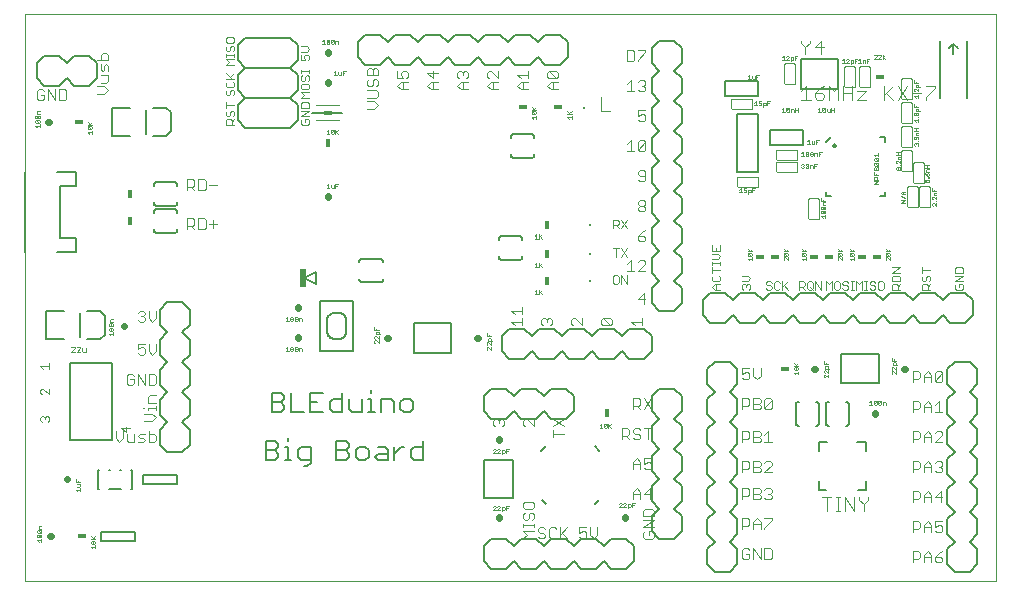
<source format=gto>
G75*
G70*
%OFA0B0*%
%FSLAX24Y24*%
%IPPOS*%
%LPD*%
%AMOC8*
5,1,8,0,0,1.08239X$1,22.5*
%
%ADD10C,0.0000*%
%ADD11C,0.0030*%
%ADD12C,0.0060*%
%ADD13C,0.0020*%
%ADD14C,0.0220*%
%ADD15R,0.0180X0.0300*%
%ADD16C,0.0050*%
%ADD17C,0.0028*%
%ADD18R,0.0276X0.0118*%
%ADD19R,0.0079X0.0079*%
%ADD20C,0.0040*%
%ADD21R,0.0300X0.0180*%
%ADD22C,0.0080*%
%ADD23R,0.0240X0.0620*%
%ADD24R,0.0280X0.0160*%
D10*
X000628Y000100D02*
X000628Y018996D01*
X032998Y018996D01*
X032998Y000100D01*
X000628Y000100D01*
D11*
X003783Y004735D02*
X003906Y004858D01*
X003906Y005105D01*
X004028Y004982D02*
X004028Y004797D01*
X004089Y004735D01*
X004274Y004735D01*
X004274Y004982D01*
X004396Y004920D02*
X004458Y004982D01*
X004643Y004982D01*
X004764Y004982D02*
X004949Y004982D01*
X005011Y004920D01*
X005011Y004797D01*
X004949Y004735D01*
X004764Y004735D01*
X004764Y005105D01*
X004581Y004858D02*
X004458Y004858D01*
X004396Y004920D01*
X004396Y004735D02*
X004581Y004735D01*
X004643Y004797D01*
X004581Y004858D01*
X003783Y004735D02*
X003659Y004858D01*
X003659Y005105D01*
X004622Y005423D02*
X004869Y005423D01*
X004993Y005546D01*
X004869Y005670D01*
X004622Y005670D01*
X004746Y005791D02*
X004746Y005853D01*
X004993Y005853D01*
X004993Y005791D02*
X004993Y005915D01*
X004993Y006037D02*
X004746Y006037D01*
X004746Y006222D01*
X004807Y006284D01*
X004993Y006284D01*
X004949Y006635D02*
X005011Y006697D01*
X005011Y006944D01*
X004949Y007005D01*
X004764Y007005D01*
X004764Y006635D01*
X004949Y006635D01*
X004643Y006635D02*
X004643Y007005D01*
X004396Y007005D02*
X004643Y006635D01*
X004396Y006635D02*
X004396Y007005D01*
X004274Y006944D02*
X004213Y007005D01*
X004089Y007005D01*
X004028Y006944D01*
X004028Y006697D01*
X004089Y006635D01*
X004213Y006635D01*
X004274Y006697D01*
X004274Y006820D01*
X004151Y006820D01*
X004458Y007635D02*
X004396Y007697D01*
X004458Y007635D02*
X004581Y007635D01*
X004643Y007697D01*
X004643Y007820D01*
X004581Y007882D01*
X004519Y007882D01*
X004396Y007820D01*
X004396Y008005D01*
X004643Y008005D01*
X004764Y008005D02*
X004764Y007758D01*
X004888Y007635D01*
X005011Y007758D01*
X005011Y008005D01*
X004888Y008735D02*
X005011Y008858D01*
X005011Y009105D01*
X004764Y009105D02*
X004764Y008858D01*
X004888Y008735D01*
X004643Y008797D02*
X004581Y008735D01*
X004458Y008735D01*
X004396Y008797D01*
X004519Y008920D02*
X004581Y008920D01*
X004643Y008858D01*
X004643Y008797D01*
X004581Y008920D02*
X004643Y008982D01*
X004643Y009044D01*
X004581Y009105D01*
X004458Y009105D01*
X004396Y009044D01*
X006043Y011815D02*
X006043Y012185D01*
X006228Y012185D01*
X006289Y012124D01*
X006289Y012000D01*
X006228Y011938D01*
X006043Y011938D01*
X006166Y011938D02*
X006289Y011815D01*
X006411Y011815D02*
X006596Y011815D01*
X006658Y011877D01*
X006658Y012124D01*
X006596Y012185D01*
X006411Y012185D01*
X006411Y011815D01*
X006779Y012000D02*
X007026Y012000D01*
X006903Y011877D02*
X006903Y012124D01*
X006596Y013115D02*
X006658Y013177D01*
X006658Y013424D01*
X006596Y013485D01*
X006411Y013485D01*
X006411Y013115D01*
X006596Y013115D01*
X006779Y013300D02*
X007026Y013300D01*
X006289Y013300D02*
X006228Y013238D01*
X006043Y013238D01*
X006166Y013238D02*
X006289Y013115D01*
X006289Y013300D02*
X006289Y013424D01*
X006228Y013485D01*
X006043Y013485D01*
X006043Y013115D01*
X002021Y016177D02*
X001959Y016115D01*
X001774Y016115D01*
X001774Y016485D01*
X001959Y016485D01*
X002021Y016424D01*
X002021Y016177D01*
X001653Y016115D02*
X001653Y016485D01*
X001406Y016485D02*
X001653Y016115D01*
X001406Y016115D02*
X001406Y016485D01*
X001284Y016424D02*
X001223Y016485D01*
X001099Y016485D01*
X001038Y016424D01*
X001038Y016177D01*
X001099Y016115D01*
X001223Y016115D01*
X001284Y016177D01*
X001284Y016300D01*
X001161Y016300D01*
X003042Y016342D02*
X003289Y016342D01*
X003413Y016465D01*
X003289Y016589D01*
X003042Y016589D01*
X003166Y016710D02*
X003351Y016710D01*
X003413Y016772D01*
X003413Y016957D01*
X003166Y016957D01*
X003227Y017078D02*
X003166Y017140D01*
X003166Y017325D01*
X003166Y017447D02*
X003166Y017632D01*
X003227Y017694D01*
X003351Y017694D01*
X003413Y017632D01*
X003413Y017447D01*
X003042Y017447D01*
X003289Y017264D02*
X003289Y017140D01*
X003227Y017078D01*
X003413Y017078D02*
X003413Y017264D01*
X003351Y017325D01*
X003289Y017264D01*
X012042Y017132D02*
X012042Y016947D01*
X012413Y016947D01*
X012413Y017132D01*
X012351Y017194D01*
X012289Y017194D01*
X012227Y017132D01*
X012227Y016947D01*
X012289Y016825D02*
X012227Y016764D01*
X012227Y016640D01*
X012166Y016578D01*
X012104Y016578D01*
X012042Y016640D01*
X012042Y016764D01*
X012104Y016825D01*
X012289Y016825D02*
X012351Y016825D01*
X012413Y016764D01*
X012413Y016640D01*
X012351Y016578D01*
X012351Y016457D02*
X012042Y016457D01*
X012351Y016457D02*
X012413Y016395D01*
X012413Y016272D01*
X012351Y016210D01*
X012042Y016210D01*
X012042Y016089D02*
X012289Y016089D01*
X012413Y015965D01*
X012289Y015842D01*
X012042Y015842D01*
X013042Y016602D02*
X013166Y016725D01*
X013413Y016725D01*
X013351Y016847D02*
X013413Y016908D01*
X013413Y017032D01*
X013351Y017094D01*
X013227Y017094D01*
X013166Y017032D01*
X013166Y016970D01*
X013227Y016847D01*
X013042Y016847D01*
X013042Y017094D01*
X013227Y016725D02*
X013227Y016478D01*
X013166Y016478D02*
X013042Y016602D01*
X013166Y016478D02*
X013413Y016478D01*
X014042Y016602D02*
X014166Y016725D01*
X014413Y016725D01*
X014227Y016725D02*
X014227Y016478D01*
X014166Y016478D02*
X014042Y016602D01*
X014166Y016478D02*
X014413Y016478D01*
X014227Y016847D02*
X014227Y017094D01*
X014042Y017032D02*
X014227Y016847D01*
X014042Y017032D02*
X014413Y017032D01*
X015042Y017032D02*
X015042Y016908D01*
X015104Y016847D01*
X015166Y016725D02*
X015413Y016725D01*
X015351Y016847D02*
X015413Y016908D01*
X015413Y017032D01*
X015351Y017094D01*
X015289Y017094D01*
X015227Y017032D01*
X015227Y016970D01*
X015227Y017032D02*
X015166Y017094D01*
X015104Y017094D01*
X015042Y017032D01*
X015166Y016725D02*
X015042Y016602D01*
X015166Y016478D01*
X015413Y016478D01*
X015227Y016478D02*
X015227Y016725D01*
X016042Y016602D02*
X016166Y016725D01*
X016413Y016725D01*
X016413Y016847D02*
X016166Y017094D01*
X016104Y017094D01*
X016042Y017032D01*
X016042Y016908D01*
X016104Y016847D01*
X016227Y016725D02*
X016227Y016478D01*
X016166Y016478D02*
X016413Y016478D01*
X016166Y016478D02*
X016042Y016602D01*
X016413Y016847D02*
X016413Y017094D01*
X017042Y016970D02*
X017413Y016970D01*
X017413Y016847D02*
X017413Y017094D01*
X017166Y016847D02*
X017042Y016970D01*
X017166Y016725D02*
X017413Y016725D01*
X017227Y016725D02*
X017227Y016478D01*
X017166Y016478D02*
X017413Y016478D01*
X017166Y016478D02*
X017042Y016602D01*
X017166Y016725D01*
X018042Y016602D02*
X018166Y016725D01*
X018413Y016725D01*
X018351Y016847D02*
X018104Y016847D01*
X018042Y016908D01*
X018042Y017032D01*
X018104Y017094D01*
X018351Y016847D01*
X018413Y016908D01*
X018413Y017032D01*
X018351Y017094D01*
X018104Y017094D01*
X018227Y016725D02*
X018227Y016478D01*
X018166Y016478D02*
X018413Y016478D01*
X018166Y016478D02*
X018042Y016602D01*
X020706Y016662D02*
X020829Y016785D01*
X020829Y016415D01*
X020706Y016415D02*
X020953Y016415D01*
X021074Y016477D02*
X021136Y016415D01*
X021259Y016415D01*
X021321Y016477D01*
X021321Y016538D01*
X021259Y016600D01*
X021198Y016600D01*
X021259Y016600D02*
X021321Y016662D01*
X021321Y016724D01*
X021259Y016785D01*
X021136Y016785D01*
X021074Y016724D01*
X021074Y017415D02*
X021074Y017477D01*
X021321Y017724D01*
X021321Y017785D01*
X021074Y017785D01*
X020953Y017724D02*
X020891Y017785D01*
X020706Y017785D01*
X020706Y017415D01*
X020891Y017415D01*
X020953Y017477D01*
X020953Y017724D01*
X021074Y015785D02*
X021074Y015600D01*
X021198Y015662D01*
X021259Y015662D01*
X021321Y015600D01*
X021321Y015477D01*
X021259Y015415D01*
X021136Y015415D01*
X021074Y015477D01*
X021074Y015785D02*
X021321Y015785D01*
X021259Y014785D02*
X021136Y014785D01*
X021074Y014724D01*
X021074Y014477D01*
X021321Y014724D01*
X021321Y014477D01*
X021259Y014415D01*
X021136Y014415D01*
X021074Y014477D01*
X020953Y014415D02*
X020706Y014415D01*
X020829Y014415D02*
X020829Y014785D01*
X020706Y014662D01*
X021259Y014785D02*
X021321Y014724D01*
X021259Y013785D02*
X021136Y013785D01*
X021074Y013724D01*
X021074Y013662D01*
X021136Y013600D01*
X021321Y013600D01*
X021321Y013477D02*
X021321Y013724D01*
X021259Y013785D01*
X021321Y013477D02*
X021259Y013415D01*
X021136Y013415D01*
X021074Y013477D01*
X021136Y012785D02*
X021259Y012785D01*
X021321Y012724D01*
X021321Y012662D01*
X021259Y012600D01*
X021136Y012600D01*
X021074Y012662D01*
X021074Y012724D01*
X021136Y012785D01*
X021136Y012600D02*
X021074Y012538D01*
X021074Y012477D01*
X021136Y012415D01*
X021259Y012415D01*
X021321Y012477D01*
X021321Y012538D01*
X021259Y012600D01*
X021321Y011785D02*
X021198Y011724D01*
X021074Y011600D01*
X021259Y011600D01*
X021321Y011538D01*
X021321Y011477D01*
X021259Y011415D01*
X021136Y011415D01*
X021074Y011477D01*
X021074Y011600D01*
X021136Y010785D02*
X021074Y010724D01*
X021136Y010785D02*
X021259Y010785D01*
X021321Y010724D01*
X021321Y010662D01*
X021074Y010415D01*
X021321Y010415D01*
X020953Y010415D02*
X020706Y010415D01*
X020829Y010415D02*
X020829Y010785D01*
X020706Y010662D01*
X021259Y009685D02*
X021074Y009500D01*
X021321Y009500D01*
X021259Y009315D02*
X021259Y009685D01*
X021213Y008862D02*
X021213Y008615D01*
X021213Y008738D02*
X020842Y008738D01*
X020966Y008615D01*
X020213Y008677D02*
X020151Y008615D01*
X019904Y008862D01*
X020151Y008862D01*
X020213Y008800D01*
X020213Y008677D01*
X020151Y008615D02*
X019904Y008615D01*
X019842Y008677D01*
X019842Y008800D01*
X019904Y008862D01*
X019213Y008862D02*
X019213Y008615D01*
X018966Y008862D01*
X018904Y008862D01*
X018842Y008800D01*
X018842Y008677D01*
X018904Y008615D01*
X018213Y008677D02*
X018151Y008615D01*
X018213Y008677D02*
X018213Y008800D01*
X018151Y008862D01*
X018089Y008862D01*
X018027Y008800D01*
X018027Y008738D01*
X018027Y008800D02*
X017966Y008862D01*
X017904Y008862D01*
X017842Y008800D01*
X017842Y008677D01*
X017904Y008615D01*
X017213Y008615D02*
X017213Y008862D01*
X017213Y008983D02*
X017213Y009230D01*
X017213Y009107D02*
X016842Y009107D01*
X016966Y008983D01*
X016842Y008738D02*
X017213Y008738D01*
X016966Y008615D02*
X016842Y008738D01*
X020906Y006185D02*
X021091Y006185D01*
X021153Y006124D01*
X021153Y006000D01*
X021091Y005938D01*
X020906Y005938D01*
X020906Y005815D02*
X020906Y006185D01*
X021029Y005938D02*
X021153Y005815D01*
X021274Y005815D02*
X021521Y006185D01*
X021274Y006185D02*
X021521Y005815D01*
X021521Y005185D02*
X021274Y005185D01*
X021398Y005185D02*
X021398Y004815D01*
X021153Y004877D02*
X021091Y004815D01*
X020968Y004815D01*
X020906Y004877D01*
X020784Y004815D02*
X020661Y004938D01*
X020723Y004938D02*
X020538Y004938D01*
X020538Y004815D02*
X020538Y005185D01*
X020723Y005185D01*
X020784Y005124D01*
X020784Y005000D01*
X020723Y004938D01*
X020906Y005062D02*
X020968Y005000D01*
X021091Y005000D01*
X021153Y004938D01*
X021153Y004877D01*
X021153Y005124D02*
X021091Y005185D01*
X020968Y005185D01*
X020906Y005124D01*
X020906Y005062D01*
X021029Y004185D02*
X021153Y004062D01*
X021153Y003815D01*
X021274Y003877D02*
X021336Y003815D01*
X021459Y003815D01*
X021521Y003877D01*
X021521Y004000D01*
X021459Y004062D01*
X021398Y004062D01*
X021274Y004000D01*
X021274Y004185D01*
X021521Y004185D01*
X021153Y004000D02*
X020906Y004000D01*
X020906Y004062D02*
X020906Y003815D01*
X020906Y004062D02*
X021029Y004185D01*
X021029Y003185D02*
X021153Y003062D01*
X021153Y002815D01*
X021153Y003000D02*
X020906Y003000D01*
X020906Y003062D02*
X020906Y002815D01*
X021274Y003000D02*
X021521Y003000D01*
X021459Y002815D02*
X021459Y003185D01*
X021274Y003000D01*
X021029Y003185D02*
X020906Y003062D01*
X021304Y002494D02*
X021242Y002432D01*
X021242Y002247D01*
X021613Y002247D01*
X021613Y002432D01*
X021551Y002494D01*
X021304Y002494D01*
X021242Y002125D02*
X021613Y002125D01*
X021242Y001878D01*
X021613Y001878D01*
X021551Y001757D02*
X021427Y001757D01*
X021427Y001633D01*
X021304Y001510D02*
X021242Y001572D01*
X021242Y001695D01*
X021304Y001757D01*
X021551Y001757D02*
X021613Y001695D01*
X021613Y001572D01*
X021551Y001510D01*
X021304Y001510D01*
X019721Y001638D02*
X019598Y001515D01*
X019474Y001638D01*
X019474Y001885D01*
X019353Y001885D02*
X019106Y001885D01*
X019106Y001700D01*
X019229Y001762D01*
X019291Y001762D01*
X019353Y001700D01*
X019353Y001577D01*
X019291Y001515D01*
X019168Y001515D01*
X019106Y001577D01*
X018721Y001515D02*
X018536Y001700D01*
X018474Y001638D02*
X018721Y001885D01*
X018474Y001885D02*
X018474Y001515D01*
X018353Y001577D02*
X018291Y001515D01*
X018168Y001515D01*
X018106Y001577D01*
X018106Y001824D01*
X018168Y001885D01*
X018291Y001885D01*
X018353Y001824D01*
X017984Y001824D02*
X017923Y001885D01*
X017799Y001885D01*
X017738Y001824D01*
X017738Y001762D01*
X017799Y001700D01*
X017923Y001700D01*
X017984Y001638D01*
X017984Y001577D01*
X017923Y001515D01*
X017799Y001515D01*
X017738Y001577D01*
X017613Y001515D02*
X017242Y001515D01*
X017366Y001638D01*
X017242Y001762D01*
X017613Y001762D01*
X017613Y001883D02*
X017613Y002007D01*
X017613Y001945D02*
X017242Y001945D01*
X017242Y001883D02*
X017242Y002007D01*
X017304Y002129D02*
X017366Y002129D01*
X017427Y002191D01*
X017427Y002314D01*
X017489Y002376D01*
X017551Y002376D01*
X017613Y002314D01*
X017613Y002191D01*
X017551Y002129D01*
X017304Y002129D02*
X017242Y002191D01*
X017242Y002314D01*
X017304Y002376D01*
X017304Y002497D02*
X017551Y002497D01*
X017613Y002559D01*
X017613Y002682D01*
X017551Y002744D01*
X017304Y002744D01*
X017242Y002682D01*
X017242Y002559D01*
X017304Y002497D01*
X019721Y001885D02*
X019721Y001638D01*
X024543Y001815D02*
X024543Y002185D01*
X024728Y002185D01*
X024789Y002124D01*
X024789Y002000D01*
X024728Y001938D01*
X024543Y001938D01*
X024911Y002000D02*
X025158Y002000D01*
X025158Y002062D02*
X025158Y001815D01*
X025279Y001815D02*
X025279Y001877D01*
X025526Y002124D01*
X025526Y002185D01*
X025279Y002185D01*
X025158Y002062D02*
X025034Y002185D01*
X024911Y002062D01*
X024911Y001815D01*
X024911Y001185D02*
X025158Y000815D01*
X025158Y001185D01*
X025279Y001185D02*
X025464Y001185D01*
X025526Y001124D01*
X025526Y000877D01*
X025464Y000815D01*
X025279Y000815D01*
X025279Y001185D01*
X024911Y001185D02*
X024911Y000815D01*
X024789Y000877D02*
X024789Y001000D01*
X024666Y001000D01*
X024789Y000877D02*
X024728Y000815D01*
X024604Y000815D01*
X024543Y000877D01*
X024543Y001124D01*
X024604Y001185D01*
X024728Y001185D01*
X024789Y001124D01*
X024911Y002815D02*
X025096Y002815D01*
X025158Y002877D01*
X025158Y002938D01*
X025096Y003000D01*
X024911Y003000D01*
X024789Y003000D02*
X024789Y003124D01*
X024728Y003185D01*
X024543Y003185D01*
X024543Y002815D01*
X024543Y002938D02*
X024728Y002938D01*
X024789Y003000D01*
X024911Y002815D02*
X024911Y003185D01*
X025096Y003185D01*
X025158Y003124D01*
X025158Y003062D01*
X025096Y003000D01*
X025279Y002877D02*
X025341Y002815D01*
X025464Y002815D01*
X025526Y002877D01*
X025526Y002938D01*
X025464Y003000D01*
X025403Y003000D01*
X025464Y003000D02*
X025526Y003062D01*
X025526Y003124D01*
X025464Y003185D01*
X025341Y003185D01*
X025279Y003124D01*
X025279Y003715D02*
X025526Y003962D01*
X025526Y004024D01*
X025464Y004085D01*
X025341Y004085D01*
X025279Y004024D01*
X025158Y004024D02*
X025158Y003962D01*
X025096Y003900D01*
X024911Y003900D01*
X024789Y003900D02*
X024789Y004024D01*
X024728Y004085D01*
X024543Y004085D01*
X024543Y003715D01*
X024543Y003838D02*
X024728Y003838D01*
X024789Y003900D01*
X024911Y003715D02*
X025096Y003715D01*
X025158Y003777D01*
X025158Y003838D01*
X025096Y003900D01*
X025158Y004024D02*
X025096Y004085D01*
X024911Y004085D01*
X024911Y003715D01*
X025279Y003715D02*
X025526Y003715D01*
X025526Y004715D02*
X025279Y004715D01*
X025403Y004715D02*
X025403Y005085D01*
X025279Y004962D01*
X025158Y004962D02*
X025096Y004900D01*
X024911Y004900D01*
X024789Y004900D02*
X024789Y005024D01*
X024728Y005085D01*
X024543Y005085D01*
X024543Y004715D01*
X024543Y004838D02*
X024728Y004838D01*
X024789Y004900D01*
X024911Y004715D02*
X025096Y004715D01*
X025158Y004777D01*
X025158Y004838D01*
X025096Y004900D01*
X025158Y004962D02*
X025158Y005024D01*
X025096Y005085D01*
X024911Y005085D01*
X024911Y004715D01*
X024911Y005815D02*
X025096Y005815D01*
X025158Y005877D01*
X025158Y005938D01*
X025096Y006000D01*
X024911Y006000D01*
X024789Y006000D02*
X024789Y006124D01*
X024728Y006185D01*
X024543Y006185D01*
X024543Y005815D01*
X024543Y005938D02*
X024728Y005938D01*
X024789Y006000D01*
X024911Y005815D02*
X024911Y006185D01*
X025096Y006185D01*
X025158Y006124D01*
X025158Y006062D01*
X025096Y006000D01*
X025279Y005877D02*
X025526Y006124D01*
X025526Y005877D01*
X025464Y005815D01*
X025341Y005815D01*
X025279Y005877D01*
X025279Y006124D01*
X025341Y006185D01*
X025464Y006185D01*
X025526Y006124D01*
X025034Y006815D02*
X025158Y006938D01*
X025158Y007185D01*
X024911Y007185D02*
X024911Y006938D01*
X025034Y006815D01*
X024789Y006877D02*
X024728Y006815D01*
X024604Y006815D01*
X024543Y006877D01*
X024543Y007000D02*
X024666Y007062D01*
X024728Y007062D01*
X024789Y007000D01*
X024789Y006877D01*
X024543Y007000D02*
X024543Y007185D01*
X024789Y007185D01*
X030238Y007085D02*
X030238Y006715D01*
X030238Y006838D02*
X030423Y006838D01*
X030484Y006900D01*
X030484Y007024D01*
X030423Y007085D01*
X030238Y007085D01*
X030606Y006962D02*
X030729Y007085D01*
X030853Y006962D01*
X030853Y006715D01*
X030974Y006777D02*
X031221Y007024D01*
X031221Y006777D01*
X031159Y006715D01*
X031036Y006715D01*
X030974Y006777D01*
X030974Y007024D01*
X031036Y007085D01*
X031159Y007085D01*
X031221Y007024D01*
X030853Y006900D02*
X030606Y006900D01*
X030606Y006962D02*
X030606Y006715D01*
X030729Y006085D02*
X030853Y005962D01*
X030853Y005715D01*
X030974Y005715D02*
X031221Y005715D01*
X031098Y005715D02*
X031098Y006085D01*
X030974Y005962D01*
X030853Y005900D02*
X030606Y005900D01*
X030606Y005962D02*
X030606Y005715D01*
X030423Y005838D02*
X030238Y005838D01*
X030238Y005715D02*
X030238Y006085D01*
X030423Y006085D01*
X030484Y006024D01*
X030484Y005900D01*
X030423Y005838D01*
X030606Y005962D02*
X030729Y006085D01*
X030729Y005085D02*
X030853Y004962D01*
X030853Y004715D01*
X030974Y004715D02*
X031221Y004962D01*
X031221Y005024D01*
X031159Y005085D01*
X031036Y005085D01*
X030974Y005024D01*
X030853Y004900D02*
X030606Y004900D01*
X030606Y004962D02*
X030729Y005085D01*
X030606Y004962D02*
X030606Y004715D01*
X030423Y004838D02*
X030238Y004838D01*
X030238Y004715D02*
X030238Y005085D01*
X030423Y005085D01*
X030484Y005024D01*
X030484Y004900D01*
X030423Y004838D01*
X030974Y004715D02*
X031221Y004715D01*
X031159Y004085D02*
X031036Y004085D01*
X030974Y004024D01*
X030853Y003962D02*
X030853Y003715D01*
X030974Y003777D02*
X031036Y003715D01*
X031159Y003715D01*
X031221Y003777D01*
X031221Y003838D01*
X031159Y003900D01*
X031098Y003900D01*
X031159Y003900D02*
X031221Y003962D01*
X031221Y004024D01*
X031159Y004085D01*
X030853Y003962D02*
X030729Y004085D01*
X030606Y003962D01*
X030606Y003715D01*
X030606Y003900D02*
X030853Y003900D01*
X030484Y003900D02*
X030484Y004024D01*
X030423Y004085D01*
X030238Y004085D01*
X030238Y003715D01*
X030238Y003838D02*
X030423Y003838D01*
X030484Y003900D01*
X030423Y003085D02*
X030484Y003024D01*
X030484Y002900D01*
X030423Y002838D01*
X030238Y002838D01*
X030238Y002715D02*
X030238Y003085D01*
X030423Y003085D01*
X030606Y002962D02*
X030729Y003085D01*
X030853Y002962D01*
X030853Y002715D01*
X030853Y002900D02*
X030606Y002900D01*
X030606Y002962D02*
X030606Y002715D01*
X030974Y002900D02*
X031221Y002900D01*
X031159Y002715D02*
X031159Y003085D01*
X030974Y002900D01*
X030974Y002085D02*
X030974Y001900D01*
X031098Y001962D01*
X031159Y001962D01*
X031221Y001900D01*
X031221Y001777D01*
X031159Y001715D01*
X031036Y001715D01*
X030974Y001777D01*
X030853Y001715D02*
X030853Y001962D01*
X030729Y002085D01*
X030606Y001962D01*
X030606Y001715D01*
X030606Y001900D02*
X030853Y001900D01*
X030974Y002085D02*
X031221Y002085D01*
X030484Y002024D02*
X030484Y001900D01*
X030423Y001838D01*
X030238Y001838D01*
X030238Y001715D02*
X030238Y002085D01*
X030423Y002085D01*
X030484Y002024D01*
X030423Y001085D02*
X030484Y001024D01*
X030484Y000900D01*
X030423Y000838D01*
X030238Y000838D01*
X030238Y000715D02*
X030238Y001085D01*
X030423Y001085D01*
X030606Y000962D02*
X030729Y001085D01*
X030853Y000962D01*
X030853Y000715D01*
X030974Y000777D02*
X031036Y000715D01*
X031159Y000715D01*
X031221Y000777D01*
X031221Y000838D01*
X031159Y000900D01*
X030974Y000900D01*
X030974Y000777D01*
X030974Y000900D02*
X031098Y001024D01*
X031221Y001085D01*
X030853Y000900D02*
X030606Y000900D01*
X030606Y000962D02*
X030606Y000715D01*
X018613Y005002D02*
X018242Y005002D01*
X018242Y005125D02*
X018242Y004878D01*
X018242Y005247D02*
X018613Y005494D01*
X018613Y005247D02*
X018242Y005494D01*
X017613Y005494D02*
X017613Y005247D01*
X017366Y005494D01*
X017304Y005494D01*
X017242Y005432D01*
X017242Y005308D01*
X017304Y005247D01*
X016613Y005308D02*
X016551Y005247D01*
X016613Y005308D02*
X016613Y005432D01*
X016551Y005494D01*
X016489Y005494D01*
X016427Y005432D01*
X016427Y005370D01*
X016427Y005432D02*
X016366Y005494D01*
X016304Y005494D01*
X016242Y005432D01*
X016242Y005308D01*
X016304Y005247D01*
X004622Y005853D02*
X004561Y005853D01*
X012042Y017132D02*
X012104Y017194D01*
X012166Y017194D01*
X012227Y017132D01*
X024178Y016125D02*
X024178Y015875D01*
X024180Y015862D01*
X024185Y015850D01*
X024193Y015840D01*
X024203Y015832D01*
X024215Y015827D01*
X024228Y015825D01*
X024828Y015825D01*
X024841Y015827D01*
X024853Y015832D01*
X024863Y015840D01*
X024871Y015850D01*
X024876Y015862D01*
X024878Y015875D01*
X024878Y016125D01*
X024876Y016138D01*
X024871Y016150D01*
X024863Y016160D01*
X024853Y016168D01*
X024841Y016173D01*
X024828Y016175D01*
X024228Y016175D01*
X024215Y016173D01*
X024203Y016168D01*
X024193Y016160D01*
X024185Y016150D01*
X024180Y016138D01*
X024178Y016125D01*
X025953Y016700D02*
X025953Y017300D01*
X025955Y017313D01*
X025960Y017325D01*
X025968Y017335D01*
X025978Y017343D01*
X025990Y017348D01*
X026003Y017350D01*
X026253Y017350D01*
X026266Y017348D01*
X026278Y017343D01*
X026288Y017335D01*
X026296Y017325D01*
X026301Y017313D01*
X026303Y017300D01*
X026303Y016700D01*
X026301Y016687D01*
X026296Y016675D01*
X026288Y016665D01*
X026278Y016657D01*
X026266Y016652D01*
X026253Y016650D01*
X026003Y016650D01*
X025990Y016652D01*
X025978Y016657D01*
X025968Y016665D01*
X025960Y016675D01*
X025955Y016687D01*
X025953Y016700D01*
X027953Y016600D02*
X027953Y017200D01*
X027955Y017213D01*
X027960Y017225D01*
X027968Y017235D01*
X027978Y017243D01*
X027990Y017248D01*
X028003Y017250D01*
X028253Y017250D01*
X028266Y017248D01*
X028278Y017243D01*
X028288Y017235D01*
X028296Y017225D01*
X028301Y017213D01*
X028303Y017200D01*
X028303Y016600D01*
X028301Y016587D01*
X028296Y016575D01*
X028288Y016565D01*
X028278Y016557D01*
X028266Y016552D01*
X028253Y016550D01*
X028003Y016550D01*
X027990Y016552D01*
X027978Y016557D01*
X027968Y016565D01*
X027960Y016575D01*
X027955Y016587D01*
X027953Y016600D01*
X028453Y016600D02*
X028453Y017200D01*
X028455Y017213D01*
X028460Y017225D01*
X028468Y017235D01*
X028478Y017243D01*
X028490Y017248D01*
X028503Y017250D01*
X028753Y017250D01*
X028766Y017248D01*
X028778Y017243D01*
X028788Y017235D01*
X028796Y017225D01*
X028801Y017213D01*
X028803Y017200D01*
X028803Y016600D01*
X028801Y016587D01*
X028796Y016575D01*
X028788Y016565D01*
X028778Y016557D01*
X028766Y016552D01*
X028753Y016550D01*
X028503Y016550D01*
X028490Y016552D01*
X028478Y016557D01*
X028468Y016565D01*
X028460Y016575D01*
X028455Y016587D01*
X028453Y016600D01*
X029853Y016800D02*
X029853Y016200D01*
X029855Y016187D01*
X029860Y016175D01*
X029868Y016165D01*
X029878Y016157D01*
X029890Y016152D01*
X029903Y016150D01*
X030153Y016150D01*
X030166Y016152D01*
X030178Y016157D01*
X030188Y016165D01*
X030196Y016175D01*
X030201Y016187D01*
X030203Y016200D01*
X030203Y016800D01*
X030201Y016813D01*
X030196Y016825D01*
X030188Y016835D01*
X030178Y016843D01*
X030166Y016848D01*
X030153Y016850D01*
X029903Y016850D01*
X029890Y016848D01*
X029878Y016843D01*
X029868Y016835D01*
X029860Y016825D01*
X029855Y016813D01*
X029853Y016800D01*
X029903Y016050D02*
X030153Y016050D01*
X030166Y016048D01*
X030178Y016043D01*
X030188Y016035D01*
X030196Y016025D01*
X030201Y016013D01*
X030203Y016000D01*
X030203Y015400D01*
X030201Y015387D01*
X030196Y015375D01*
X030188Y015365D01*
X030178Y015357D01*
X030166Y015352D01*
X030153Y015350D01*
X029903Y015350D01*
X029890Y015352D01*
X029878Y015357D01*
X029868Y015365D01*
X029860Y015375D01*
X029855Y015387D01*
X029853Y015400D01*
X029853Y016000D01*
X029855Y016013D01*
X029860Y016025D01*
X029868Y016035D01*
X029878Y016043D01*
X029890Y016048D01*
X029903Y016050D01*
X029903Y015250D02*
X030153Y015250D01*
X030166Y015248D01*
X030178Y015243D01*
X030188Y015235D01*
X030196Y015225D01*
X030201Y015213D01*
X030203Y015200D01*
X030203Y014600D01*
X030201Y014587D01*
X030196Y014575D01*
X030188Y014565D01*
X030178Y014557D01*
X030166Y014552D01*
X030153Y014550D01*
X029903Y014550D01*
X029890Y014552D01*
X029878Y014557D01*
X029868Y014565D01*
X029860Y014575D01*
X029855Y014587D01*
X029853Y014600D01*
X029853Y015200D01*
X029855Y015213D01*
X029860Y015225D01*
X029868Y015235D01*
X029878Y015243D01*
X029890Y015248D01*
X029903Y015250D01*
X029903Y014450D02*
X030153Y014450D01*
X030166Y014448D01*
X030178Y014443D01*
X030188Y014435D01*
X030196Y014425D01*
X030201Y014413D01*
X030203Y014400D01*
X030203Y013800D01*
X030201Y013787D01*
X030196Y013775D01*
X030188Y013765D01*
X030178Y013757D01*
X030166Y013752D01*
X030153Y013750D01*
X029903Y013750D01*
X029890Y013752D01*
X029878Y013757D01*
X029868Y013765D01*
X029860Y013775D01*
X029855Y013787D01*
X029853Y013800D01*
X029853Y014400D01*
X029855Y014413D01*
X029860Y014425D01*
X029868Y014435D01*
X029878Y014443D01*
X029890Y014448D01*
X029903Y014450D01*
X030303Y014050D02*
X030553Y014050D01*
X030566Y014048D01*
X030578Y014043D01*
X030588Y014035D01*
X030596Y014025D01*
X030601Y014013D01*
X030603Y014000D01*
X030603Y013400D01*
X030601Y013387D01*
X030596Y013375D01*
X030588Y013365D01*
X030578Y013357D01*
X030566Y013352D01*
X030553Y013350D01*
X030303Y013350D01*
X030290Y013352D01*
X030278Y013357D01*
X030268Y013365D01*
X030260Y013375D01*
X030255Y013387D01*
X030253Y013400D01*
X030253Y014000D01*
X030255Y014013D01*
X030260Y014025D01*
X030268Y014035D01*
X030278Y014043D01*
X030290Y014048D01*
X030303Y014050D01*
X030353Y013250D02*
X030103Y013250D01*
X030090Y013248D01*
X030078Y013243D01*
X030068Y013235D01*
X030060Y013225D01*
X030055Y013213D01*
X030053Y013200D01*
X030053Y012600D01*
X030055Y012587D01*
X030060Y012575D01*
X030068Y012565D01*
X030078Y012557D01*
X030090Y012552D01*
X030103Y012550D01*
X030353Y012550D01*
X030366Y012552D01*
X030378Y012557D01*
X030388Y012565D01*
X030396Y012575D01*
X030401Y012587D01*
X030403Y012600D01*
X030403Y013200D01*
X030453Y013200D02*
X030453Y012600D01*
X030455Y012587D01*
X030460Y012575D01*
X030468Y012565D01*
X030478Y012557D01*
X030490Y012552D01*
X030503Y012550D01*
X030753Y012550D01*
X030766Y012552D01*
X030778Y012557D01*
X030788Y012565D01*
X030796Y012575D01*
X030801Y012587D01*
X030803Y012600D01*
X030803Y013200D01*
X030801Y013213D01*
X030796Y013225D01*
X030788Y013235D01*
X030778Y013243D01*
X030766Y013248D01*
X030753Y013250D01*
X030503Y013250D01*
X030490Y013248D01*
X030478Y013243D01*
X030468Y013235D01*
X030460Y013225D01*
X030455Y013213D01*
X030453Y013200D01*
X030403Y013200D02*
X030401Y013213D01*
X030396Y013225D01*
X030388Y013235D01*
X030378Y013243D01*
X030366Y013248D01*
X030353Y013250D01*
X027103Y012800D02*
X027103Y012200D01*
X027101Y012187D01*
X027096Y012175D01*
X027088Y012165D01*
X027078Y012157D01*
X027066Y012152D01*
X027053Y012150D01*
X026803Y012150D01*
X026790Y012152D01*
X026778Y012157D01*
X026768Y012165D01*
X026760Y012175D01*
X026755Y012187D01*
X026753Y012200D01*
X026753Y012800D01*
X026755Y012813D01*
X026760Y012825D01*
X026768Y012835D01*
X026778Y012843D01*
X026790Y012848D01*
X026803Y012850D01*
X027053Y012850D01*
X027066Y012848D01*
X027078Y012843D01*
X027088Y012835D01*
X027096Y012825D01*
X027101Y012813D01*
X027103Y012800D01*
X026328Y013725D02*
X025728Y013725D01*
X025715Y013727D01*
X025703Y013732D01*
X025693Y013740D01*
X025685Y013750D01*
X025680Y013762D01*
X025678Y013775D01*
X025678Y014025D01*
X025680Y014038D01*
X025685Y014050D01*
X025693Y014060D01*
X025703Y014068D01*
X025715Y014073D01*
X025728Y014075D01*
X026328Y014075D01*
X026341Y014073D01*
X026353Y014068D01*
X026363Y014060D01*
X026371Y014050D01*
X026376Y014038D01*
X026378Y014025D01*
X026378Y013775D01*
X026376Y013762D01*
X026371Y013750D01*
X026363Y013740D01*
X026353Y013732D01*
X026341Y013727D01*
X026328Y013725D01*
X026328Y014125D02*
X025728Y014125D01*
X025715Y014127D01*
X025703Y014132D01*
X025693Y014140D01*
X025685Y014150D01*
X025680Y014162D01*
X025678Y014175D01*
X025678Y014425D01*
X025680Y014438D01*
X025685Y014450D01*
X025693Y014460D01*
X025703Y014468D01*
X025715Y014473D01*
X025728Y014475D01*
X026328Y014475D01*
X026341Y014473D01*
X026353Y014468D01*
X026363Y014460D01*
X026371Y014450D01*
X026376Y014438D01*
X026378Y014425D01*
X026378Y014175D01*
X026376Y014162D01*
X026371Y014150D01*
X026363Y014140D01*
X026353Y014132D01*
X026341Y014127D01*
X026328Y014125D01*
X025078Y013525D02*
X025078Y013275D01*
X025076Y013262D01*
X025071Y013250D01*
X025063Y013240D01*
X025053Y013232D01*
X025041Y013227D01*
X025028Y013225D01*
X024428Y013225D01*
X024415Y013227D01*
X024403Y013232D01*
X024393Y013240D01*
X024385Y013250D01*
X024380Y013262D01*
X024378Y013275D01*
X024378Y013525D01*
X024380Y013538D01*
X024385Y013550D01*
X024393Y013560D01*
X024403Y013568D01*
X024415Y013573D01*
X024428Y013575D01*
X025028Y013575D01*
X025041Y013573D01*
X025053Y013568D01*
X025063Y013560D01*
X025071Y013550D01*
X025076Y013538D01*
X025078Y013525D01*
D12*
X013582Y006050D02*
X013475Y006157D01*
X013261Y006157D01*
X013155Y006050D01*
X013155Y005837D01*
X013261Y005730D01*
X013475Y005730D01*
X013582Y005837D01*
X013582Y006050D01*
X012937Y006050D02*
X012937Y005730D01*
X012937Y006050D02*
X012830Y006157D01*
X012510Y006157D01*
X012510Y005730D01*
X012294Y005730D02*
X012080Y005730D01*
X012187Y005730D02*
X012187Y006157D01*
X012080Y006157D01*
X011863Y006157D02*
X011863Y005730D01*
X011543Y005730D01*
X011436Y005837D01*
X011436Y006157D01*
X011218Y006157D02*
X010898Y006157D01*
X010791Y006050D01*
X010791Y005837D01*
X010898Y005730D01*
X011218Y005730D01*
X011218Y006371D01*
X010574Y006371D02*
X010147Y006371D01*
X010147Y005730D01*
X010574Y005730D01*
X010360Y006050D02*
X010147Y006050D01*
X009929Y005730D02*
X009502Y005730D01*
X009502Y006371D01*
X009285Y006264D02*
X009285Y006157D01*
X009178Y006050D01*
X008858Y006050D01*
X009178Y006050D02*
X009285Y005944D01*
X009285Y005837D01*
X009178Y005730D01*
X008858Y005730D01*
X008858Y006371D01*
X009178Y006371D01*
X009285Y006264D01*
X009409Y004877D02*
X009409Y004771D01*
X009409Y004557D02*
X009409Y004130D01*
X009302Y004130D02*
X009516Y004130D01*
X009732Y004237D02*
X009839Y004130D01*
X010159Y004130D01*
X010159Y004023D02*
X010159Y004557D01*
X009839Y004557D01*
X009732Y004450D01*
X009732Y004237D01*
X010052Y003916D02*
X010159Y004023D01*
X010052Y003916D02*
X009945Y003916D01*
X009409Y004557D02*
X009302Y004557D01*
X009085Y004557D02*
X009085Y004664D01*
X008978Y004771D01*
X008658Y004771D01*
X008658Y004130D01*
X008978Y004130D01*
X009085Y004237D01*
X009085Y004344D01*
X008978Y004450D01*
X008658Y004450D01*
X008978Y004450D02*
X009085Y004557D01*
X011021Y004450D02*
X011341Y004450D01*
X011448Y004344D01*
X011448Y004237D01*
X011341Y004130D01*
X011021Y004130D01*
X011021Y004771D01*
X011341Y004771D01*
X011448Y004664D01*
X011448Y004557D01*
X011341Y004450D01*
X011665Y004450D02*
X011665Y004237D01*
X011772Y004130D01*
X011986Y004130D01*
X012092Y004237D01*
X012092Y004450D01*
X011986Y004557D01*
X011772Y004557D01*
X011665Y004450D01*
X012310Y004237D02*
X012417Y004130D01*
X012737Y004130D01*
X012737Y004450D01*
X012630Y004557D01*
X012417Y004557D01*
X012417Y004344D02*
X012737Y004344D01*
X012955Y004344D02*
X013168Y004557D01*
X013275Y004557D01*
X013492Y004450D02*
X013598Y004557D01*
X013919Y004557D01*
X013919Y004771D02*
X013919Y004130D01*
X013598Y004130D01*
X013492Y004237D01*
X013492Y004450D01*
X012955Y004557D02*
X012955Y004130D01*
X012417Y004344D02*
X012310Y004237D01*
X012187Y006371D02*
X012187Y006477D01*
X005698Y003630D02*
X005698Y003330D01*
X004558Y003330D01*
X004558Y003630D01*
X005698Y003630D01*
X004197Y003799D02*
X004197Y003161D01*
X004160Y003161D01*
X003843Y003161D02*
X003432Y003161D01*
X003115Y003161D02*
X003078Y003161D01*
X003078Y003799D01*
X003115Y003799D01*
X003432Y003799D02*
X003469Y003799D01*
X003806Y003799D02*
X003843Y003799D01*
X004160Y003799D02*
X004197Y003799D01*
X004318Y001730D02*
X003178Y001730D01*
X003178Y001430D01*
X004318Y001430D01*
X004318Y001730D01*
X007978Y015200D02*
X009478Y015200D01*
X009728Y015450D01*
X009728Y015950D01*
X009478Y016200D01*
X007978Y016200D01*
X007728Y015950D01*
X007728Y015450D01*
X007978Y015200D01*
X007978Y016200D02*
X007728Y016450D01*
X007728Y016950D01*
X007978Y017200D01*
X009478Y017200D01*
X009728Y016950D01*
X009728Y016450D01*
X009478Y016200D01*
X009478Y017200D02*
X009728Y017450D01*
X009728Y017950D01*
X009478Y018200D01*
X007978Y018200D01*
X007728Y017950D01*
X007728Y017450D01*
X007978Y017200D01*
D13*
X007618Y017297D02*
X007337Y017297D01*
X007431Y017391D01*
X007337Y017484D01*
X007618Y017484D01*
X007618Y017573D02*
X007618Y017667D01*
X007618Y017620D02*
X007337Y017620D01*
X007337Y017573D02*
X007337Y017667D01*
X007384Y017758D02*
X007431Y017758D01*
X007477Y017804D01*
X007477Y017898D01*
X007524Y017944D01*
X007571Y017944D01*
X007618Y017898D01*
X007618Y017804D01*
X007571Y017758D01*
X007384Y017758D02*
X007337Y017804D01*
X007337Y017898D01*
X007384Y017944D01*
X007384Y018034D02*
X007571Y018034D01*
X007618Y018080D01*
X007618Y018174D01*
X007571Y018221D01*
X007384Y018221D01*
X007337Y018174D01*
X007337Y018080D01*
X007384Y018034D01*
X007337Y017021D02*
X007524Y016834D01*
X007477Y016880D02*
X007618Y017021D01*
X007618Y016834D02*
X007337Y016834D01*
X007384Y016744D02*
X007337Y016698D01*
X007337Y016604D01*
X007384Y016558D01*
X007571Y016558D01*
X007618Y016604D01*
X007618Y016698D01*
X007571Y016744D01*
X007571Y016468D02*
X007618Y016421D01*
X007618Y016328D01*
X007571Y016281D01*
X007477Y016328D02*
X007477Y016421D01*
X007524Y016468D01*
X007571Y016468D01*
X007477Y016328D02*
X007431Y016281D01*
X007384Y016281D01*
X007337Y016328D01*
X007337Y016421D01*
X007384Y016468D01*
X007337Y016049D02*
X007337Y015862D01*
X007337Y015956D02*
X007618Y015956D01*
X007571Y015773D02*
X007618Y015726D01*
X007618Y015633D01*
X007571Y015586D01*
X007618Y015497D02*
X007524Y015403D01*
X007524Y015450D02*
X007524Y015310D01*
X007618Y015310D02*
X007337Y015310D01*
X007337Y015450D01*
X007384Y015497D01*
X007477Y015497D01*
X007524Y015450D01*
X007431Y015586D02*
X007477Y015633D01*
X007477Y015726D01*
X007524Y015773D01*
X007571Y015773D01*
X007384Y015773D02*
X007337Y015726D01*
X007337Y015633D01*
X007384Y015586D01*
X007431Y015586D01*
X009837Y015586D02*
X010118Y015773D01*
X009837Y015773D01*
X009837Y015862D02*
X009837Y016003D01*
X009884Y016049D01*
X010071Y016049D01*
X010118Y016003D01*
X010118Y015862D01*
X009837Y015862D01*
X009837Y016210D02*
X009931Y016303D01*
X009837Y016397D01*
X010118Y016397D01*
X010071Y016486D02*
X009884Y016486D01*
X009837Y016533D01*
X009837Y016626D01*
X009884Y016673D01*
X010071Y016673D01*
X010118Y016626D01*
X010118Y016533D01*
X010071Y016486D01*
X010071Y016762D02*
X010118Y016809D01*
X010118Y016903D01*
X010071Y016949D01*
X010024Y016949D01*
X009977Y016903D01*
X009977Y016809D01*
X009931Y016762D01*
X009884Y016762D01*
X009837Y016809D01*
X009837Y016903D01*
X009884Y016949D01*
X009837Y017039D02*
X009837Y017132D01*
X009837Y017085D02*
X010118Y017085D01*
X010118Y017039D02*
X010118Y017132D01*
X010071Y017458D02*
X010118Y017504D01*
X010118Y017598D01*
X010071Y017644D01*
X009977Y017644D01*
X009931Y017598D01*
X009931Y017551D01*
X009977Y017458D01*
X009837Y017458D01*
X009837Y017644D01*
X009837Y017734D02*
X010024Y017734D01*
X010118Y017827D01*
X010024Y017921D01*
X009837Y017921D01*
X010548Y018000D02*
X010642Y018000D01*
X010595Y018000D02*
X010595Y018140D01*
X010548Y018093D01*
X010696Y018117D02*
X010719Y018140D01*
X010766Y018140D01*
X010789Y018117D01*
X010696Y018023D01*
X010719Y018000D01*
X010766Y018000D01*
X010789Y018023D01*
X010789Y018117D01*
X010843Y018117D02*
X010866Y018140D01*
X010913Y018140D01*
X010936Y018117D01*
X010843Y018023D01*
X010866Y018000D01*
X010913Y018000D01*
X010936Y018023D01*
X010936Y018117D01*
X010990Y018093D02*
X011060Y018093D01*
X011084Y018070D01*
X011084Y018000D01*
X010990Y018000D02*
X010990Y018093D01*
X010843Y018117D02*
X010843Y018023D01*
X010696Y018023D02*
X010696Y018117D01*
X010984Y017100D02*
X010984Y016960D01*
X010938Y016960D02*
X011031Y016960D01*
X011085Y016983D02*
X011108Y016960D01*
X011178Y016960D01*
X011178Y017053D01*
X011232Y017030D02*
X011279Y017030D01*
X011232Y017100D02*
X011326Y017100D01*
X011232Y017100D02*
X011232Y016960D01*
X011085Y016983D02*
X011085Y017053D01*
X010984Y017100D02*
X010938Y017053D01*
X010118Y016210D02*
X009837Y016210D01*
X009837Y015586D02*
X010118Y015586D01*
X010071Y015497D02*
X009977Y015497D01*
X009977Y015403D01*
X009884Y015310D02*
X010071Y015310D01*
X010118Y015357D01*
X010118Y015450D01*
X010071Y015497D01*
X009884Y015497D02*
X009837Y015450D01*
X009837Y015357D01*
X009884Y015310D01*
X010696Y015093D02*
X010742Y015140D01*
X010742Y015000D01*
X010696Y015000D02*
X010789Y015000D01*
X010843Y015023D02*
X010936Y015117D01*
X010936Y015023D01*
X010913Y015000D01*
X010866Y015000D01*
X010843Y015023D01*
X010843Y015117D01*
X010866Y015140D01*
X010913Y015140D01*
X010936Y015117D01*
X010990Y015140D02*
X010990Y015000D01*
X010990Y015047D02*
X011084Y015140D01*
X011014Y015070D02*
X011084Y015000D01*
X011084Y013340D02*
X010990Y013340D01*
X010990Y013200D01*
X010936Y013200D02*
X010936Y013293D01*
X010990Y013270D02*
X011037Y013270D01*
X010936Y013200D02*
X010866Y013200D01*
X010843Y013223D01*
X010843Y013293D01*
X010789Y013200D02*
X010696Y013200D01*
X010742Y013200D02*
X010742Y013340D01*
X010696Y013293D01*
X017527Y015557D02*
X017668Y015557D01*
X017668Y015603D02*
X017668Y015510D01*
X017574Y015510D02*
X017527Y015557D01*
X017551Y015657D02*
X017527Y015681D01*
X017527Y015727D01*
X017551Y015751D01*
X017644Y015657D01*
X017668Y015681D01*
X017668Y015727D01*
X017644Y015751D01*
X017551Y015751D01*
X017527Y015805D02*
X017668Y015805D01*
X017621Y015805D02*
X017527Y015898D01*
X017597Y015828D02*
X017668Y015898D01*
X017644Y015657D02*
X017551Y015657D01*
X018717Y015657D02*
X018858Y015657D01*
X018811Y015657D02*
X018717Y015751D01*
X018787Y015681D02*
X018858Y015751D01*
X018858Y015603D02*
X018858Y015510D01*
X018858Y015557D02*
X018717Y015557D01*
X018764Y015510D01*
X024448Y013143D02*
X024495Y013190D01*
X024495Y013050D01*
X024448Y013050D02*
X024542Y013050D01*
X024596Y013073D02*
X024619Y013050D01*
X024666Y013050D01*
X024689Y013073D01*
X024689Y013120D01*
X024666Y013143D01*
X024642Y013143D01*
X024596Y013120D01*
X024596Y013190D01*
X024689Y013190D01*
X024743Y013143D02*
X024813Y013143D01*
X024836Y013120D01*
X024836Y013073D01*
X024813Y013050D01*
X024743Y013050D01*
X024743Y013003D02*
X024743Y013143D01*
X024890Y013120D02*
X024937Y013120D01*
X024890Y013050D02*
X024890Y013190D01*
X024984Y013190D01*
X026513Y013883D02*
X026536Y013860D01*
X026583Y013860D01*
X026606Y013883D01*
X026606Y013907D01*
X026583Y013930D01*
X026559Y013930D01*
X026583Y013930D02*
X026606Y013953D01*
X026606Y013977D01*
X026583Y014000D01*
X026536Y014000D01*
X026513Y013977D01*
X026660Y013977D02*
X026683Y014000D01*
X026730Y014000D01*
X026753Y013977D01*
X026753Y013953D01*
X026730Y013930D01*
X026753Y013907D01*
X026753Y013883D01*
X026730Y013860D01*
X026683Y013860D01*
X026660Y013883D01*
X026707Y013930D02*
X026730Y013930D01*
X026807Y013953D02*
X026807Y013860D01*
X026807Y013953D02*
X026877Y013953D01*
X026901Y013930D01*
X026901Y013860D01*
X026955Y013860D02*
X026955Y014000D01*
X027048Y014000D01*
X027001Y013930D02*
X026955Y013930D01*
X026955Y014260D02*
X026955Y014353D01*
X027025Y014353D01*
X027048Y014330D01*
X027048Y014260D01*
X027102Y014260D02*
X027102Y014400D01*
X027195Y014400D01*
X027149Y014330D02*
X027102Y014330D01*
X026901Y014377D02*
X026901Y014283D01*
X026877Y014260D01*
X026831Y014260D01*
X026807Y014283D01*
X026901Y014377D01*
X026877Y014400D01*
X026831Y014400D01*
X026807Y014377D01*
X026807Y014283D01*
X026753Y014283D02*
X026730Y014260D01*
X026683Y014260D01*
X026660Y014283D01*
X026753Y014377D01*
X026753Y014283D01*
X026660Y014283D02*
X026660Y014377D01*
X026683Y014400D01*
X026730Y014400D01*
X026753Y014377D01*
X026606Y014260D02*
X026513Y014260D01*
X026559Y014260D02*
X026559Y014400D01*
X026513Y014353D01*
X026713Y014670D02*
X026806Y014670D01*
X026759Y014670D02*
X026759Y014810D01*
X026713Y014763D01*
X026860Y014763D02*
X026860Y014693D01*
X026883Y014670D01*
X026953Y014670D01*
X026953Y014763D01*
X027007Y014740D02*
X027054Y014740D01*
X027007Y014810D02*
X027101Y014810D01*
X027007Y014810D02*
X027007Y014670D01*
X027073Y015730D02*
X027167Y015730D01*
X027120Y015730D02*
X027120Y015870D01*
X027073Y015823D01*
X027221Y015847D02*
X027244Y015870D01*
X027291Y015870D01*
X027314Y015847D01*
X027221Y015753D01*
X027244Y015730D01*
X027291Y015730D01*
X027314Y015753D01*
X027314Y015847D01*
X027368Y015823D02*
X027368Y015753D01*
X027391Y015730D01*
X027461Y015730D01*
X027461Y015823D01*
X027515Y015800D02*
X027609Y015800D01*
X027609Y015870D02*
X027609Y015730D01*
X027515Y015730D02*
X027515Y015870D01*
X027221Y015847D02*
X027221Y015753D01*
X026409Y015730D02*
X026409Y015870D01*
X026409Y015800D02*
X026315Y015800D01*
X026261Y015800D02*
X026261Y015730D01*
X026315Y015730D02*
X026315Y015870D01*
X026261Y015800D02*
X026238Y015823D01*
X026168Y015823D01*
X026168Y015730D01*
X026114Y015753D02*
X026091Y015730D01*
X026044Y015730D01*
X026021Y015753D01*
X026021Y015800D02*
X026067Y015823D01*
X026091Y015823D01*
X026114Y015800D01*
X026114Y015753D01*
X026021Y015800D02*
X026021Y015870D01*
X026114Y015870D01*
X025920Y015870D02*
X025920Y015730D01*
X025873Y015730D02*
X025967Y015730D01*
X025873Y015823D02*
X025920Y015870D01*
X025484Y016090D02*
X025390Y016090D01*
X025390Y015950D01*
X025336Y015973D02*
X025313Y015950D01*
X025243Y015950D01*
X025243Y015903D02*
X025243Y016043D01*
X025313Y016043D01*
X025336Y016020D01*
X025336Y015973D01*
X025390Y016020D02*
X025437Y016020D01*
X025189Y016020D02*
X025189Y015973D01*
X025166Y015950D01*
X025119Y015950D01*
X025096Y015973D01*
X025096Y016020D02*
X025142Y016043D01*
X025166Y016043D01*
X025189Y016020D01*
X025189Y016090D02*
X025096Y016090D01*
X025096Y016020D01*
X025042Y015950D02*
X024948Y015950D01*
X024995Y015950D02*
X024995Y016090D01*
X024948Y016043D01*
X024962Y016835D02*
X024962Y016922D01*
X025014Y016900D02*
X025057Y016900D01*
X025014Y016835D02*
X025014Y016965D01*
X025101Y016965D01*
X024962Y016835D02*
X024897Y016835D01*
X024876Y016857D01*
X024876Y016922D01*
X024824Y016835D02*
X024738Y016835D01*
X024781Y016835D02*
X024781Y016965D01*
X024738Y016922D01*
X025885Y017460D02*
X025972Y017460D01*
X025928Y017460D02*
X025928Y017590D01*
X025885Y017547D01*
X026023Y017568D02*
X026045Y017590D01*
X026088Y017590D01*
X026110Y017568D01*
X026110Y017547D01*
X026023Y017460D01*
X026110Y017460D01*
X026161Y017460D02*
X026226Y017460D01*
X026248Y017482D01*
X026248Y017525D01*
X026226Y017547D01*
X026161Y017547D01*
X026161Y017417D01*
X026299Y017460D02*
X026299Y017590D01*
X026386Y017590D01*
X026343Y017525D02*
X026299Y017525D01*
X027885Y017447D02*
X027928Y017490D01*
X027928Y017360D01*
X027885Y017360D02*
X027972Y017360D01*
X028023Y017360D02*
X028110Y017447D01*
X028110Y017468D01*
X028088Y017490D01*
X028045Y017490D01*
X028023Y017468D01*
X028023Y017360D02*
X028110Y017360D01*
X028161Y017360D02*
X028226Y017360D01*
X028248Y017382D01*
X028248Y017425D01*
X028226Y017447D01*
X028161Y017447D01*
X028161Y017317D01*
X028299Y017360D02*
X028299Y017490D01*
X028386Y017490D01*
X028423Y017447D02*
X028467Y017490D01*
X028467Y017360D01*
X028510Y017360D02*
X028423Y017360D01*
X028343Y017425D02*
X028299Y017425D01*
X028561Y017447D02*
X028561Y017360D01*
X028561Y017447D02*
X028626Y017447D01*
X028648Y017425D01*
X028648Y017360D01*
X028699Y017360D02*
X028699Y017490D01*
X028786Y017490D01*
X028743Y017425D02*
X028699Y017425D01*
X028948Y017510D02*
X029035Y017597D01*
X029035Y017618D01*
X029013Y017640D01*
X028970Y017640D01*
X028948Y017618D01*
X028948Y017510D02*
X029035Y017510D01*
X029086Y017510D02*
X029173Y017597D01*
X029173Y017618D01*
X029151Y017640D01*
X029108Y017640D01*
X029086Y017618D01*
X029086Y017510D02*
X029173Y017510D01*
X029224Y017510D02*
X029224Y017640D01*
X029246Y017575D02*
X029311Y017510D01*
X029224Y017553D02*
X029311Y017640D01*
X030287Y016780D02*
X030287Y016693D01*
X030418Y016693D01*
X030396Y016642D02*
X030418Y016620D01*
X030418Y016555D01*
X030461Y016555D02*
X030331Y016555D01*
X030331Y016620D01*
X030352Y016642D01*
X030396Y016642D01*
X030352Y016693D02*
X030352Y016737D01*
X030331Y016504D02*
X030309Y016504D01*
X030287Y016482D01*
X030287Y016439D01*
X030309Y016417D01*
X030331Y016504D02*
X030418Y016417D01*
X030418Y016504D01*
X030418Y016370D02*
X030418Y016348D01*
X030396Y016348D01*
X030396Y016370D01*
X030418Y016370D01*
X030418Y016297D02*
X030418Y016210D01*
X030418Y016253D02*
X030287Y016253D01*
X030331Y016210D01*
X030287Y015980D02*
X030287Y015893D01*
X030418Y015893D01*
X030396Y015842D02*
X030418Y015820D01*
X030418Y015755D01*
X030461Y015755D02*
X030331Y015755D01*
X030331Y015820D01*
X030352Y015842D01*
X030396Y015842D01*
X030352Y015893D02*
X030352Y015937D01*
X030331Y015704D02*
X030352Y015682D01*
X030352Y015639D01*
X030331Y015617D01*
X030309Y015617D01*
X030287Y015639D01*
X030287Y015682D01*
X030309Y015704D01*
X030331Y015704D01*
X030352Y015682D02*
X030374Y015704D01*
X030396Y015704D01*
X030418Y015682D01*
X030418Y015639D01*
X030396Y015617D01*
X030374Y015617D01*
X030352Y015639D01*
X030396Y015570D02*
X030418Y015570D01*
X030418Y015548D01*
X030396Y015548D01*
X030396Y015570D01*
X030418Y015497D02*
X030418Y015410D01*
X030418Y015453D02*
X030287Y015453D01*
X030331Y015410D01*
X030352Y015180D02*
X030352Y015093D01*
X030352Y015042D02*
X030418Y015042D01*
X030418Y015093D02*
X030287Y015093D01*
X030352Y015042D02*
X030331Y015020D01*
X030331Y014955D01*
X030418Y014955D01*
X030396Y014904D02*
X030309Y014904D01*
X030287Y014882D01*
X030287Y014839D01*
X030309Y014817D01*
X030331Y014817D01*
X030352Y014839D01*
X030352Y014904D01*
X030396Y014904D02*
X030418Y014882D01*
X030418Y014839D01*
X030396Y014817D01*
X030396Y014770D02*
X030418Y014770D01*
X030418Y014748D01*
X030396Y014748D01*
X030396Y014770D01*
X030396Y014697D02*
X030418Y014675D01*
X030418Y014632D01*
X030396Y014610D01*
X030352Y014653D02*
X030352Y014675D01*
X030374Y014697D01*
X030396Y014697D01*
X030352Y014675D02*
X030331Y014697D01*
X030309Y014697D01*
X030287Y014675D01*
X030287Y014632D01*
X030309Y014610D01*
X029818Y014380D02*
X029687Y014380D01*
X029752Y014380D02*
X029752Y014293D01*
X029752Y014242D02*
X029818Y014242D01*
X029818Y014293D02*
X029687Y014293D01*
X029752Y014242D02*
X029731Y014220D01*
X029731Y014155D01*
X029818Y014155D01*
X029818Y014104D02*
X029818Y014017D01*
X029731Y014104D01*
X029709Y014104D01*
X029687Y014082D01*
X029687Y014039D01*
X029709Y014017D01*
X029796Y013970D02*
X029818Y013970D01*
X029818Y013948D01*
X029796Y013948D01*
X029796Y013970D01*
X029796Y013897D02*
X029774Y013897D01*
X029752Y013875D01*
X029752Y013832D01*
X029731Y013810D01*
X029709Y013810D01*
X029687Y013832D01*
X029687Y013875D01*
X029709Y013897D01*
X029731Y013897D01*
X029752Y013875D01*
X029752Y013832D02*
X029774Y013810D01*
X029796Y013810D01*
X029818Y013832D01*
X029818Y013875D01*
X029796Y013897D01*
X030637Y013872D02*
X030768Y013872D01*
X030768Y013821D02*
X030702Y013821D01*
X030681Y013799D01*
X030681Y013734D01*
X030768Y013734D01*
X030746Y013682D02*
X030724Y013682D01*
X030702Y013661D01*
X030702Y013596D01*
X030746Y013596D01*
X030768Y013617D01*
X030768Y013661D01*
X030746Y013682D01*
X030702Y013596D02*
X030659Y013639D01*
X030637Y013682D01*
X030746Y013548D02*
X030768Y013548D01*
X030768Y013527D01*
X030746Y013527D01*
X030746Y013548D01*
X030746Y013475D02*
X030768Y013454D01*
X030768Y013410D01*
X030746Y013388D01*
X030702Y013388D02*
X030681Y013432D01*
X030681Y013454D01*
X030702Y013475D01*
X030746Y013475D01*
X030702Y013388D02*
X030637Y013388D01*
X030637Y013475D01*
X030887Y013180D02*
X030887Y013093D01*
X031018Y013093D01*
X031018Y013042D02*
X030952Y013042D01*
X030931Y013020D01*
X030931Y012955D01*
X031018Y012955D01*
X031018Y012904D02*
X031018Y012817D01*
X030931Y012904D01*
X030909Y012904D01*
X030887Y012882D01*
X030887Y012839D01*
X030909Y012817D01*
X030996Y012770D02*
X031018Y012770D01*
X031018Y012748D01*
X030996Y012748D01*
X030996Y012770D01*
X031018Y012697D02*
X031018Y012610D01*
X030931Y012697D01*
X030909Y012697D01*
X030887Y012675D01*
X030887Y012632D01*
X030909Y012610D01*
X030952Y013093D02*
X030952Y013137D01*
X029968Y013073D02*
X029881Y013073D01*
X029837Y013030D01*
X029881Y012986D01*
X029968Y012986D01*
X029902Y012986D02*
X029902Y013073D01*
X029837Y012935D02*
X029968Y012848D01*
X029968Y012797D02*
X029837Y012797D01*
X029837Y012710D02*
X029968Y012797D01*
X029968Y012710D02*
X029837Y012710D01*
X029088Y013314D02*
X028937Y013314D01*
X029088Y013414D01*
X028937Y013414D01*
X028937Y013471D02*
X028937Y013546D01*
X028962Y013571D01*
X029012Y013571D01*
X029038Y013546D01*
X029038Y013471D01*
X029088Y013471D02*
X028937Y013471D01*
X029038Y013521D02*
X029088Y013571D01*
X029088Y013627D02*
X028937Y013627D01*
X028937Y013727D01*
X028962Y013784D02*
X028987Y013784D01*
X029012Y013809D01*
X029012Y013859D01*
X029038Y013884D01*
X029063Y013884D01*
X029088Y013859D01*
X029088Y013809D01*
X029063Y013784D01*
X029038Y013784D01*
X029012Y013809D01*
X029012Y013859D02*
X028987Y013884D01*
X028962Y013884D01*
X028937Y013859D01*
X028937Y013809D01*
X028962Y013784D01*
X029012Y013677D02*
X029012Y013627D01*
X028962Y013940D02*
X028937Y013965D01*
X028937Y014015D01*
X028962Y014040D01*
X029063Y013940D01*
X029088Y013965D01*
X029088Y014015D01*
X029063Y014040D01*
X028962Y014040D01*
X028962Y014097D02*
X028937Y014122D01*
X028937Y014172D01*
X028962Y014197D01*
X029063Y014097D01*
X029088Y014122D01*
X029088Y014172D01*
X029063Y014197D01*
X028962Y014197D01*
X028987Y014253D02*
X028937Y014304D01*
X029088Y014304D01*
X029088Y014354D02*
X029088Y014253D01*
X029063Y014097D02*
X028962Y014097D01*
X028962Y013940D02*
X029063Y013940D01*
X030637Y013959D02*
X030768Y013959D01*
X030702Y013959D02*
X030702Y013872D01*
X030418Y015180D02*
X030287Y015180D01*
X027252Y012806D02*
X027252Y012762D01*
X027252Y012711D02*
X027318Y012711D01*
X027318Y012762D02*
X027187Y012762D01*
X027187Y012849D01*
X027252Y012711D02*
X027231Y012689D01*
X027231Y012624D01*
X027318Y012624D01*
X027296Y012573D02*
X027318Y012551D01*
X027318Y012508D01*
X027296Y012486D01*
X027209Y012573D01*
X027296Y012573D01*
X027296Y012486D02*
X027209Y012486D01*
X027187Y012508D01*
X027187Y012551D01*
X027209Y012573D01*
X027209Y012435D02*
X027296Y012348D01*
X027318Y012370D01*
X027318Y012413D01*
X027296Y012435D01*
X027209Y012435D01*
X027187Y012413D01*
X027187Y012370D01*
X027209Y012348D01*
X027296Y012348D01*
X027318Y012297D02*
X027318Y012210D01*
X027318Y012253D02*
X027187Y012253D01*
X027231Y012210D01*
X027727Y011173D02*
X027821Y011080D01*
X027797Y011103D02*
X027868Y011173D01*
X027868Y011080D02*
X027727Y011080D01*
X027751Y011026D02*
X027844Y010932D01*
X027868Y010956D01*
X027868Y011002D01*
X027844Y011026D01*
X027751Y011026D01*
X027727Y011002D01*
X027727Y010956D01*
X027751Y010932D01*
X027844Y010932D01*
X027868Y010878D02*
X027868Y010785D01*
X027774Y010878D01*
X027751Y010878D01*
X027727Y010855D01*
X027727Y010808D01*
X027751Y010785D01*
X028127Y010832D02*
X028268Y010832D01*
X028268Y010878D02*
X028268Y010785D01*
X028174Y010785D02*
X028127Y010832D01*
X028151Y010932D02*
X028127Y010956D01*
X028127Y011002D01*
X028151Y011026D01*
X028244Y010932D01*
X028268Y010956D01*
X028268Y011002D01*
X028244Y011026D01*
X028151Y011026D01*
X028127Y011080D02*
X028268Y011080D01*
X028221Y011080D02*
X028127Y011173D01*
X028197Y011103D02*
X028268Y011173D01*
X028244Y010932D02*
X028151Y010932D01*
X029327Y010956D02*
X029327Y011002D01*
X029351Y011026D01*
X029444Y010932D01*
X029468Y010956D01*
X029468Y011002D01*
X029444Y011026D01*
X029351Y011026D01*
X029327Y011080D02*
X029468Y011080D01*
X029421Y011080D02*
X029327Y011173D01*
X029397Y011103D02*
X029468Y011173D01*
X029444Y010932D02*
X029351Y010932D01*
X029327Y010956D01*
X029351Y010878D02*
X029327Y010855D01*
X029327Y010808D01*
X029351Y010785D01*
X029351Y010878D02*
X029374Y010878D01*
X029468Y010785D01*
X029468Y010878D01*
X029537Y010549D02*
X029818Y010549D01*
X029537Y010362D01*
X029818Y010362D01*
X029771Y010273D02*
X029584Y010273D01*
X029537Y010226D01*
X029537Y010086D01*
X029818Y010086D01*
X029818Y010226D01*
X029771Y010273D01*
X029818Y009997D02*
X029724Y009903D01*
X029724Y009950D02*
X029724Y009810D01*
X029818Y009810D02*
X029537Y009810D01*
X029537Y009950D01*
X029584Y009997D01*
X029677Y009997D01*
X029724Y009950D01*
X029261Y009857D02*
X029261Y010044D01*
X029214Y010090D01*
X029121Y010090D01*
X029074Y010044D01*
X029074Y009857D01*
X029121Y009810D01*
X029214Y009810D01*
X029261Y009857D01*
X028985Y009857D02*
X028938Y009810D01*
X028845Y009810D01*
X028798Y009857D01*
X028707Y009810D02*
X028614Y009810D01*
X028660Y009810D02*
X028660Y010090D01*
X028614Y010090D02*
X028707Y010090D01*
X028798Y010044D02*
X028798Y009997D01*
X028845Y009950D01*
X028938Y009950D01*
X028985Y009903D01*
X028985Y009857D01*
X028985Y010044D02*
X028938Y010090D01*
X028845Y010090D01*
X028798Y010044D01*
X028524Y010090D02*
X028524Y009810D01*
X028338Y009810D02*
X028338Y010090D01*
X028431Y009997D01*
X028524Y010090D01*
X028260Y010090D02*
X028166Y010090D01*
X028213Y010090D02*
X028213Y009810D01*
X028166Y009810D02*
X028260Y009810D01*
X028077Y009857D02*
X028030Y009810D01*
X027937Y009810D01*
X027890Y009857D01*
X027801Y009857D02*
X027801Y010044D01*
X027754Y010090D01*
X027660Y010090D01*
X027614Y010044D01*
X027614Y009857D01*
X027660Y009810D01*
X027754Y009810D01*
X027801Y009857D01*
X027937Y009950D02*
X028030Y009950D01*
X028077Y009903D01*
X028077Y009857D01*
X027937Y009950D02*
X027890Y009997D01*
X027890Y010044D01*
X027937Y010090D01*
X028030Y010090D01*
X028077Y010044D01*
X027524Y010090D02*
X027524Y009810D01*
X027338Y009810D02*
X027338Y010090D01*
X027431Y009997D01*
X027524Y010090D01*
X027177Y010090D02*
X027177Y009810D01*
X026990Y010090D01*
X026990Y009810D01*
X026901Y009810D02*
X026807Y009903D01*
X026714Y009857D02*
X026760Y009810D01*
X026854Y009810D01*
X026901Y009857D01*
X026901Y010044D01*
X026854Y010090D01*
X026760Y010090D01*
X026714Y010044D01*
X026714Y009857D01*
X026624Y009810D02*
X026531Y009903D01*
X026578Y009903D02*
X026438Y009903D01*
X026438Y009810D02*
X026438Y010090D01*
X026578Y010090D01*
X026624Y010044D01*
X026624Y009950D01*
X026578Y009903D01*
X026077Y009810D02*
X025937Y009950D01*
X025890Y009903D02*
X026077Y010090D01*
X025890Y010090D02*
X025890Y009810D01*
X025801Y009857D02*
X025754Y009810D01*
X025660Y009810D01*
X025614Y009857D01*
X025614Y010044D01*
X025660Y010090D01*
X025754Y010090D01*
X025801Y010044D01*
X025524Y010044D02*
X025478Y010090D01*
X025384Y010090D01*
X025338Y010044D01*
X025338Y009997D01*
X025384Y009950D01*
X025478Y009950D01*
X025524Y009903D01*
X025524Y009857D01*
X025478Y009810D01*
X025384Y009810D01*
X025338Y009857D01*
X024818Y009857D02*
X024771Y009810D01*
X024818Y009857D02*
X024818Y009950D01*
X024771Y009997D01*
X024724Y009997D01*
X024677Y009950D01*
X024677Y009903D01*
X024677Y009950D02*
X024631Y009997D01*
X024584Y009997D01*
X024537Y009950D01*
X024537Y009857D01*
X024584Y009810D01*
X024537Y010086D02*
X024724Y010086D01*
X024818Y010180D01*
X024724Y010273D01*
X024537Y010273D01*
X024774Y010785D02*
X024727Y010832D01*
X024868Y010832D01*
X024868Y010878D02*
X024868Y010785D01*
X024844Y010932D02*
X024751Y011026D01*
X024844Y011026D01*
X024868Y011002D01*
X024868Y010956D01*
X024844Y010932D01*
X024751Y010932D01*
X024727Y010956D01*
X024727Y011002D01*
X024751Y011026D01*
X024727Y011080D02*
X024868Y011080D01*
X024821Y011080D02*
X024727Y011173D01*
X024797Y011103D02*
X024868Y011173D01*
X025927Y011173D02*
X026021Y011080D01*
X025997Y011103D02*
X026068Y011173D01*
X026068Y011080D02*
X025927Y011080D01*
X025951Y011026D02*
X026044Y010932D01*
X026068Y010956D01*
X026068Y011002D01*
X026044Y011026D01*
X025951Y011026D01*
X025927Y011002D01*
X025927Y010956D01*
X025951Y010932D01*
X026044Y010932D01*
X026068Y010878D02*
X026068Y010785D01*
X025974Y010878D01*
X025951Y010878D01*
X025927Y010855D01*
X025927Y010808D01*
X025951Y010785D01*
X026527Y010832D02*
X026668Y010832D01*
X026668Y010878D02*
X026668Y010785D01*
X026574Y010785D02*
X026527Y010832D01*
X026551Y010932D02*
X026527Y010956D01*
X026527Y011002D01*
X026551Y011026D01*
X026644Y010932D01*
X026668Y010956D01*
X026668Y011002D01*
X026644Y011026D01*
X026551Y011026D01*
X026527Y011080D02*
X026668Y011080D01*
X026621Y011080D02*
X026527Y011173D01*
X026597Y011103D02*
X026668Y011173D01*
X026644Y010932D02*
X026551Y010932D01*
X023818Y010916D02*
X023724Y010823D01*
X023537Y010823D01*
X023537Y010732D02*
X023537Y010639D01*
X023537Y010685D02*
X023818Y010685D01*
X023818Y010639D02*
X023818Y010732D01*
X023818Y010916D02*
X023724Y011010D01*
X023537Y011010D01*
X023537Y011099D02*
X023818Y011099D01*
X023818Y011286D01*
X023677Y011193D02*
X023677Y011099D01*
X023537Y011099D02*
X023537Y011286D01*
X023537Y010549D02*
X023537Y010362D01*
X023537Y010456D02*
X023818Y010456D01*
X023771Y010273D02*
X023818Y010226D01*
X023818Y010133D01*
X023771Y010086D01*
X023584Y010086D01*
X023537Y010133D01*
X023537Y010226D01*
X023584Y010273D01*
X023631Y009997D02*
X023818Y009997D01*
X023677Y009997D02*
X023677Y009810D01*
X023631Y009810D02*
X023537Y009903D01*
X023631Y009997D01*
X023631Y009810D02*
X023818Y009810D01*
X020701Y010010D02*
X020701Y010290D01*
X020514Y010290D02*
X020514Y010010D01*
X020424Y010057D02*
X020424Y010244D01*
X020378Y010290D01*
X020284Y010290D01*
X020238Y010244D01*
X020238Y010057D01*
X020284Y010010D01*
X020378Y010010D01*
X020424Y010057D01*
X020514Y010290D02*
X020701Y010010D01*
X020701Y010910D02*
X020514Y011190D01*
X020424Y011190D02*
X020238Y011190D01*
X020331Y011190D02*
X020331Y010910D01*
X020514Y010910D02*
X020701Y011190D01*
X020701Y011860D02*
X020514Y012140D01*
X020424Y012094D02*
X020424Y012000D01*
X020378Y011953D01*
X020238Y011953D01*
X020331Y011953D02*
X020424Y011860D01*
X020514Y011860D02*
X020701Y012140D01*
X020424Y012094D02*
X020378Y012140D01*
X020238Y012140D01*
X020238Y011860D01*
X017878Y011650D02*
X017785Y011557D01*
X017808Y011580D02*
X017878Y011510D01*
X017785Y011510D02*
X017785Y011650D01*
X017684Y011650D02*
X017684Y011510D01*
X017638Y011510D02*
X017731Y011510D01*
X017638Y011603D02*
X017684Y011650D01*
X017684Y010700D02*
X017684Y010560D01*
X017638Y010560D02*
X017731Y010560D01*
X017785Y010560D02*
X017785Y010700D01*
X017808Y010630D02*
X017878Y010560D01*
X017785Y010607D02*
X017878Y010700D01*
X017684Y010700D02*
X017638Y010653D01*
X017684Y009800D02*
X017684Y009660D01*
X017638Y009660D02*
X017731Y009660D01*
X017785Y009660D02*
X017785Y009800D01*
X017808Y009730D02*
X017878Y009660D01*
X017785Y009707D02*
X017878Y009800D01*
X017684Y009800D02*
X017638Y009753D01*
X016168Y008252D02*
X016027Y008252D01*
X016027Y008345D01*
X016097Y008299D02*
X016097Y008252D01*
X016097Y008198D02*
X016144Y008198D01*
X016168Y008175D01*
X016168Y008105D01*
X016214Y008105D02*
X016074Y008105D01*
X016074Y008175D01*
X016097Y008198D01*
X016074Y008051D02*
X016051Y008051D01*
X016027Y008027D01*
X016027Y007981D01*
X016051Y007957D01*
X016051Y007903D02*
X016027Y007880D01*
X016027Y007833D01*
X016051Y007810D01*
X016051Y007903D02*
X016074Y007903D01*
X016168Y007810D01*
X016168Y007903D01*
X016168Y007957D02*
X016074Y008051D01*
X016168Y008051D02*
X016168Y007957D01*
X012474Y008315D02*
X012334Y008315D01*
X012334Y008385D01*
X012357Y008409D01*
X012404Y008409D01*
X012428Y008385D01*
X012428Y008315D01*
X012428Y008261D02*
X012428Y008168D01*
X012334Y008261D01*
X012311Y008261D01*
X012287Y008238D01*
X012287Y008191D01*
X012311Y008168D01*
X012311Y008114D02*
X012287Y008091D01*
X012287Y008044D01*
X012311Y008021D01*
X012311Y008114D02*
X012334Y008114D01*
X012428Y008021D01*
X012428Y008114D01*
X012428Y008463D02*
X012287Y008463D01*
X012287Y008556D01*
X012357Y008509D02*
X012357Y008463D01*
X009873Y008760D02*
X009873Y008830D01*
X009850Y008853D01*
X009780Y008853D01*
X009780Y008760D01*
X009726Y008783D02*
X009702Y008760D01*
X009656Y008760D01*
X009632Y008783D01*
X009726Y008877D01*
X009726Y008783D01*
X009726Y008877D02*
X009702Y008900D01*
X009656Y008900D01*
X009632Y008877D01*
X009632Y008783D01*
X009578Y008783D02*
X009578Y008877D01*
X009485Y008783D01*
X009508Y008760D01*
X009555Y008760D01*
X009578Y008783D01*
X009485Y008783D02*
X009485Y008877D01*
X009508Y008900D01*
X009555Y008900D01*
X009578Y008877D01*
X009431Y008760D02*
X009338Y008760D01*
X009384Y008760D02*
X009384Y008900D01*
X009338Y008853D01*
X009384Y007900D02*
X009384Y007760D01*
X009338Y007760D02*
X009431Y007760D01*
X009485Y007783D02*
X009578Y007877D01*
X009578Y007783D01*
X009555Y007760D01*
X009508Y007760D01*
X009485Y007783D01*
X009485Y007877D01*
X009508Y007900D01*
X009555Y007900D01*
X009578Y007877D01*
X009632Y007877D02*
X009632Y007783D01*
X009726Y007877D01*
X009726Y007783D01*
X009702Y007760D01*
X009656Y007760D01*
X009632Y007783D01*
X009632Y007877D02*
X009656Y007900D01*
X009702Y007900D01*
X009726Y007877D01*
X009780Y007853D02*
X009850Y007853D01*
X009873Y007830D01*
X009873Y007760D01*
X009780Y007760D02*
X009780Y007853D01*
X009384Y007900D02*
X009338Y007853D01*
X003578Y008290D02*
X003578Y008383D01*
X003578Y008337D02*
X003437Y008337D01*
X003484Y008290D01*
X003461Y008437D02*
X003437Y008461D01*
X003437Y008507D01*
X003461Y008531D01*
X003554Y008437D01*
X003578Y008461D01*
X003578Y008507D01*
X003554Y008531D01*
X003461Y008531D01*
X003461Y008585D02*
X003437Y008608D01*
X003437Y008655D01*
X003461Y008678D01*
X003554Y008585D01*
X003578Y008608D01*
X003578Y008655D01*
X003554Y008678D01*
X003461Y008678D01*
X003484Y008732D02*
X003484Y008802D01*
X003507Y008825D01*
X003578Y008825D01*
X003578Y008732D02*
X003484Y008732D01*
X003461Y008585D02*
X003554Y008585D01*
X003554Y008437D02*
X003461Y008437D01*
X002666Y007850D02*
X002666Y007730D01*
X002576Y007730D01*
X002546Y007760D01*
X002546Y007850D01*
X002482Y007850D02*
X002482Y007880D01*
X002452Y007910D01*
X002392Y007910D01*
X002362Y007880D01*
X002298Y007880D02*
X002268Y007910D01*
X002208Y007910D01*
X002178Y007880D01*
X002298Y007880D02*
X002298Y007850D01*
X002178Y007730D01*
X002298Y007730D01*
X002362Y007730D02*
X002482Y007850D01*
X002482Y007730D02*
X002362Y007730D01*
X002337Y003478D02*
X002337Y003385D01*
X002478Y003385D01*
X002478Y003331D02*
X002384Y003331D01*
X002407Y003385D02*
X002407Y003431D01*
X002478Y003331D02*
X002478Y003261D01*
X002454Y003237D01*
X002384Y003237D01*
X002478Y003183D02*
X002478Y003090D01*
X002478Y003137D02*
X002337Y003137D01*
X002384Y003090D01*
X001188Y001936D02*
X001117Y001936D01*
X001094Y001913D01*
X001094Y001843D01*
X001188Y001843D01*
X001164Y001789D02*
X001188Y001765D01*
X001188Y001719D01*
X001164Y001695D01*
X001071Y001789D01*
X001164Y001789D01*
X001071Y001789D02*
X001047Y001765D01*
X001047Y001719D01*
X001071Y001695D01*
X001164Y001695D01*
X001164Y001641D02*
X001188Y001618D01*
X001188Y001571D01*
X001164Y001548D01*
X001071Y001641D01*
X001164Y001641D01*
X001164Y001548D02*
X001071Y001548D01*
X001047Y001571D01*
X001047Y001618D01*
X001071Y001641D01*
X001188Y001494D02*
X001188Y001401D01*
X001188Y001447D02*
X001047Y001447D01*
X001094Y001401D01*
X002837Y001407D02*
X002861Y001431D01*
X002954Y001337D01*
X002978Y001361D01*
X002978Y001407D01*
X002954Y001431D01*
X002861Y001431D01*
X002837Y001407D02*
X002837Y001361D01*
X002861Y001337D01*
X002954Y001337D01*
X002978Y001283D02*
X002978Y001190D01*
X002978Y001237D02*
X002837Y001237D01*
X002884Y001190D01*
X002837Y001485D02*
X002978Y001485D01*
X002931Y001485D02*
X002837Y001578D01*
X002907Y001508D02*
X002978Y001578D01*
X016238Y002460D02*
X016331Y002553D01*
X016331Y002577D01*
X016308Y002600D01*
X016261Y002600D01*
X016238Y002577D01*
X016238Y002460D02*
X016331Y002460D01*
X016385Y002460D02*
X016478Y002553D01*
X016478Y002577D01*
X016455Y002600D01*
X016408Y002600D01*
X016385Y002577D01*
X016385Y002460D02*
X016478Y002460D01*
X016532Y002460D02*
X016602Y002460D01*
X016626Y002483D01*
X016626Y002530D01*
X016602Y002553D01*
X016532Y002553D01*
X016532Y002413D01*
X016680Y002460D02*
X016680Y002600D01*
X016773Y002600D01*
X016726Y002530D02*
X016680Y002530D01*
X016532Y004313D02*
X016532Y004453D01*
X016602Y004453D01*
X016626Y004430D01*
X016626Y004383D01*
X016602Y004360D01*
X016532Y004360D01*
X016478Y004360D02*
X016385Y004360D01*
X016478Y004453D01*
X016478Y004477D01*
X016455Y004500D01*
X016408Y004500D01*
X016385Y004477D01*
X016331Y004477D02*
X016308Y004500D01*
X016261Y004500D01*
X016238Y004477D01*
X016331Y004477D02*
X016331Y004453D01*
X016238Y004360D01*
X016331Y004360D01*
X016680Y004360D02*
X016680Y004500D01*
X016773Y004500D01*
X016726Y004430D02*
X016680Y004430D01*
X019796Y005200D02*
X019889Y005200D01*
X019842Y005200D02*
X019842Y005340D01*
X019796Y005293D01*
X019943Y005317D02*
X019966Y005340D01*
X020013Y005340D01*
X020036Y005317D01*
X019943Y005223D01*
X019966Y005200D01*
X020013Y005200D01*
X020036Y005223D01*
X020036Y005317D01*
X020090Y005340D02*
X020090Y005200D01*
X020090Y005247D02*
X020184Y005340D01*
X020114Y005270D02*
X020184Y005200D01*
X019943Y005223D02*
X019943Y005317D01*
X020461Y002700D02*
X020438Y002677D01*
X020461Y002700D02*
X020508Y002700D01*
X020531Y002677D01*
X020531Y002653D01*
X020438Y002560D01*
X020531Y002560D01*
X020585Y002560D02*
X020678Y002653D01*
X020678Y002677D01*
X020655Y002700D01*
X020608Y002700D01*
X020585Y002677D01*
X020585Y002560D02*
X020678Y002560D01*
X020732Y002560D02*
X020802Y002560D01*
X020826Y002583D01*
X020826Y002630D01*
X020802Y002653D01*
X020732Y002653D01*
X020732Y002513D01*
X020880Y002560D02*
X020880Y002700D01*
X020973Y002700D01*
X020926Y002630D02*
X020880Y002630D01*
X026267Y007027D02*
X026408Y007027D01*
X026408Y007073D02*
X026408Y006980D01*
X026314Y006980D02*
X026267Y007027D01*
X026291Y007127D02*
X026267Y007151D01*
X026267Y007197D01*
X026291Y007221D01*
X026384Y007127D01*
X026408Y007151D01*
X026408Y007197D01*
X026384Y007221D01*
X026291Y007221D01*
X026267Y007275D02*
X026408Y007275D01*
X026361Y007275D02*
X026267Y007368D01*
X026337Y007298D02*
X026408Y007368D01*
X026384Y007127D02*
X026291Y007127D01*
X027267Y007097D02*
X027267Y007051D01*
X027291Y007027D01*
X027291Y006973D02*
X027267Y006950D01*
X027267Y006903D01*
X027291Y006880D01*
X027291Y006973D02*
X027314Y006973D01*
X027408Y006880D01*
X027408Y006973D01*
X027408Y007027D02*
X027314Y007121D01*
X027291Y007121D01*
X027267Y007097D01*
X027314Y007175D02*
X027314Y007245D01*
X027337Y007268D01*
X027384Y007268D01*
X027408Y007245D01*
X027408Y007175D01*
X027454Y007175D02*
X027314Y007175D01*
X027408Y007121D02*
X027408Y007027D01*
X027408Y007322D02*
X027267Y007322D01*
X027267Y007415D01*
X027337Y007369D02*
X027337Y007322D01*
X028788Y006063D02*
X028835Y006110D01*
X028835Y005970D01*
X028788Y005970D02*
X028882Y005970D01*
X028936Y005993D02*
X029029Y006087D01*
X029029Y005993D01*
X029006Y005970D01*
X028959Y005970D01*
X028936Y005993D01*
X028936Y006087D01*
X028959Y006110D01*
X029006Y006110D01*
X029029Y006087D01*
X029083Y006087D02*
X029106Y006110D01*
X029153Y006110D01*
X029176Y006087D01*
X029083Y005993D01*
X029106Y005970D01*
X029153Y005970D01*
X029176Y005993D01*
X029176Y006087D01*
X029230Y006063D02*
X029300Y006063D01*
X029324Y006040D01*
X029324Y005970D01*
X029230Y005970D02*
X029230Y006063D01*
X029083Y006087D02*
X029083Y005993D01*
X029551Y006991D02*
X029527Y007014D01*
X029527Y007061D01*
X029551Y007084D01*
X029574Y007084D01*
X029668Y006991D01*
X029668Y007084D01*
X029668Y007138D02*
X029574Y007231D01*
X029551Y007231D01*
X029527Y007208D01*
X029527Y007161D01*
X029551Y007138D01*
X029668Y007138D02*
X029668Y007231D01*
X029668Y007285D02*
X029668Y007355D01*
X029644Y007379D01*
X029597Y007379D01*
X029574Y007355D01*
X029574Y007285D01*
X029714Y007285D01*
X029668Y007433D02*
X029527Y007433D01*
X029527Y007526D01*
X029597Y007479D02*
X029597Y007433D01*
X030537Y009810D02*
X030537Y009950D01*
X030584Y009997D01*
X030677Y009997D01*
X030724Y009950D01*
X030724Y009810D01*
X030724Y009903D02*
X030818Y009997D01*
X030771Y010086D02*
X030818Y010133D01*
X030818Y010226D01*
X030771Y010273D01*
X030724Y010273D01*
X030677Y010226D01*
X030677Y010133D01*
X030631Y010086D01*
X030584Y010086D01*
X030537Y010133D01*
X030537Y010226D01*
X030584Y010273D01*
X030537Y010362D02*
X030537Y010549D01*
X030537Y010456D02*
X030818Y010456D01*
X031637Y010503D02*
X031637Y010362D01*
X031918Y010362D01*
X031918Y010503D01*
X031871Y010549D01*
X031684Y010549D01*
X031637Y010503D01*
X031637Y010273D02*
X031918Y010273D01*
X031637Y010086D01*
X031918Y010086D01*
X031871Y009997D02*
X031777Y009997D01*
X031777Y009903D01*
X031684Y009810D02*
X031871Y009810D01*
X031918Y009857D01*
X031918Y009950D01*
X031871Y009997D01*
X031684Y009997D02*
X031637Y009950D01*
X031637Y009857D01*
X031684Y009810D01*
X030818Y009810D02*
X030537Y009810D01*
X002868Y015010D02*
X002868Y015103D01*
X002868Y015057D02*
X002727Y015057D01*
X002774Y015010D01*
X002751Y015157D02*
X002727Y015181D01*
X002727Y015227D01*
X002751Y015251D01*
X002844Y015157D01*
X002868Y015181D01*
X002868Y015227D01*
X002844Y015251D01*
X002751Y015251D01*
X002727Y015305D02*
X002868Y015305D01*
X002821Y015305D02*
X002727Y015398D01*
X002797Y015328D02*
X002868Y015398D01*
X002844Y015157D02*
X002751Y015157D01*
X001128Y015221D02*
X001128Y015314D01*
X001128Y015267D02*
X000987Y015267D01*
X001034Y015221D01*
X001011Y015368D02*
X000987Y015391D01*
X000987Y015438D01*
X001011Y015461D01*
X001104Y015368D01*
X001128Y015391D01*
X001128Y015438D01*
X001104Y015461D01*
X001011Y015461D01*
X001011Y015515D02*
X000987Y015539D01*
X000987Y015585D01*
X001011Y015609D01*
X001104Y015515D01*
X001128Y015539D01*
X001128Y015585D01*
X001104Y015609D01*
X001011Y015609D01*
X001034Y015663D02*
X001034Y015733D01*
X001057Y015756D01*
X001128Y015756D01*
X001128Y015663D02*
X001034Y015663D01*
X001011Y015515D02*
X001104Y015515D01*
X001104Y015368D02*
X001011Y015368D01*
D14*
X001416Y015400D02*
X001440Y015400D01*
X010728Y016688D02*
X010728Y016712D01*
X010728Y017688D02*
X010728Y017712D01*
X010728Y012912D02*
X010728Y012888D01*
X009728Y009212D02*
X009728Y009188D01*
X009728Y008212D02*
X009728Y008188D01*
X012716Y008200D02*
X012740Y008200D01*
X015716Y008200D02*
X015740Y008200D01*
X016428Y004812D02*
X016428Y004788D01*
X016428Y002212D02*
X016428Y002188D01*
X020628Y002212D02*
X020628Y002188D01*
X028968Y005658D02*
X028968Y005682D01*
X029956Y007170D02*
X029980Y007170D01*
X026980Y007170D02*
X026956Y007170D01*
X003950Y008580D02*
X003926Y008580D01*
X002050Y003480D02*
X002026Y003480D01*
X001500Y001580D02*
X001476Y001580D01*
D15*
X018028Y010100D03*
X018028Y011000D03*
X018028Y011950D03*
X010728Y014700D03*
X004128Y013000D03*
X004128Y012100D03*
X020028Y005700D03*
D16*
X016920Y004130D02*
X016920Y002870D01*
X015935Y002870D01*
X015935Y004130D01*
X016920Y004130D01*
X014857Y007708D02*
X013598Y007708D01*
X013598Y008692D01*
X014857Y008692D01*
X014857Y007708D01*
X011579Y007773D02*
X010476Y007773D01*
X010476Y009427D01*
X011579Y009427D01*
X011579Y007773D01*
X011106Y008167D02*
X010949Y008167D01*
X010921Y008169D01*
X010893Y008174D01*
X010865Y008182D01*
X010839Y008194D01*
X010815Y008209D01*
X010793Y008226D01*
X010772Y008247D01*
X010755Y008269D01*
X010740Y008293D01*
X010728Y008319D01*
X010720Y008347D01*
X010715Y008375D01*
X010713Y008403D01*
X010713Y008797D01*
X010715Y008825D01*
X010720Y008853D01*
X010728Y008881D01*
X010740Y008907D01*
X010755Y008931D01*
X010772Y008953D01*
X010793Y008974D01*
X010815Y008991D01*
X010839Y009006D01*
X010865Y009018D01*
X010893Y009026D01*
X010921Y009031D01*
X010949Y009033D01*
X011106Y009033D01*
X011134Y009031D01*
X011162Y009026D01*
X011190Y009018D01*
X011216Y009006D01*
X011240Y008991D01*
X011262Y008974D01*
X011283Y008953D01*
X011300Y008931D01*
X011315Y008907D01*
X011327Y008881D01*
X011335Y008853D01*
X011340Y008825D01*
X011342Y008797D01*
X011343Y008797D02*
X011343Y008403D01*
X011342Y008403D02*
X011340Y008375D01*
X011335Y008347D01*
X011327Y008319D01*
X011315Y008293D01*
X011300Y008269D01*
X011283Y008247D01*
X011262Y008226D01*
X011240Y008209D01*
X011216Y008194D01*
X011190Y008182D01*
X011162Y008174D01*
X011134Y008169D01*
X011106Y008167D01*
X002468Y008220D02*
X002468Y009020D01*
X004678Y015000D02*
X004678Y015800D01*
X010216Y015700D02*
X011200Y015700D01*
X023978Y016250D02*
X023978Y016750D01*
X025078Y016750D01*
X025078Y016250D01*
X023978Y016250D01*
X024373Y015665D02*
X024373Y013735D01*
X025082Y013735D01*
X025082Y015665D01*
X024373Y015665D01*
X025478Y015140D02*
X026578Y015140D01*
X026578Y014640D01*
X025478Y014640D01*
X025478Y015140D01*
X027343Y014727D02*
X027501Y014884D01*
X027580Y014609D02*
X027582Y014621D01*
X027587Y014632D01*
X027596Y014641D01*
X027607Y014646D01*
X027619Y014648D01*
X027631Y014646D01*
X027642Y014641D01*
X027651Y014632D01*
X027656Y014621D01*
X027658Y014609D01*
X027656Y014597D01*
X027651Y014586D01*
X027642Y014577D01*
X027631Y014572D01*
X027619Y014570D01*
X027607Y014572D01*
X027596Y014577D01*
X027587Y014586D01*
X027582Y014597D01*
X027580Y014609D01*
X029154Y014884D02*
X029312Y014884D01*
X029312Y014727D01*
X029312Y013073D02*
X029312Y012916D01*
X029154Y012916D01*
X027501Y012916D02*
X027343Y012916D01*
X027343Y013073D01*
X027757Y016508D02*
X026498Y016508D01*
X026498Y017492D01*
X027757Y017492D01*
X027757Y016508D01*
X027838Y007662D02*
X029097Y007662D01*
X029097Y006678D01*
X027838Y006678D01*
X027838Y007662D01*
X027385Y004727D02*
X027094Y004727D01*
X027094Y004443D01*
X028389Y004719D02*
X028677Y004719D01*
X028677Y004439D01*
X028677Y003416D02*
X028677Y003140D01*
X028413Y003140D01*
X027342Y003140D02*
X027094Y003140D01*
X027094Y003412D01*
D17*
X011121Y015454D02*
X010334Y015454D01*
X010334Y015946D02*
X011121Y015946D01*
D18*
X010728Y015700D03*
D19*
X019278Y015861D03*
X019467Y011950D03*
X019467Y011000D03*
X019467Y010100D03*
D20*
X019848Y015770D02*
X020154Y015770D01*
X019848Y015770D02*
X019848Y016230D01*
X026518Y016134D02*
X026825Y016134D01*
X026671Y016134D02*
X026671Y016595D01*
X026518Y016441D01*
X026978Y016364D02*
X027208Y016364D01*
X027285Y016288D01*
X027285Y016211D01*
X027208Y016134D01*
X027055Y016134D01*
X026978Y016211D01*
X026978Y016364D01*
X027131Y016518D01*
X027285Y016595D01*
X027438Y016595D02*
X027592Y016441D01*
X027745Y016595D01*
X027745Y016134D01*
X027899Y016134D02*
X027899Y016595D01*
X027899Y016364D02*
X028206Y016364D01*
X028359Y016441D02*
X028666Y016441D01*
X028359Y016134D01*
X028666Y016134D01*
X028206Y016134D02*
X028206Y016595D01*
X027438Y016595D02*
X027438Y016134D01*
X029280Y016134D02*
X029280Y016595D01*
X029357Y016364D02*
X029587Y016134D01*
X029740Y016134D02*
X030047Y016595D01*
X030201Y016364D02*
X030508Y016364D01*
X030661Y016211D02*
X030661Y016134D01*
X030661Y016211D02*
X030968Y016518D01*
X030968Y016595D01*
X030661Y016595D01*
X030047Y016134D02*
X029740Y016595D01*
X029587Y016595D02*
X029280Y016288D01*
X027189Y017650D02*
X027189Y018110D01*
X026958Y017880D01*
X027265Y017880D01*
X026805Y018034D02*
X026651Y017880D01*
X026651Y017650D01*
X026651Y017880D02*
X026498Y018034D01*
X026498Y018110D01*
X026805Y018110D02*
X026805Y018034D01*
X004138Y005195D02*
X003857Y005195D01*
X003997Y005055D01*
X003997Y005242D01*
X001438Y005450D02*
X001391Y005403D01*
X001438Y005450D02*
X001438Y005544D01*
X001391Y005590D01*
X001344Y005590D01*
X001297Y005544D01*
X001297Y005497D01*
X001297Y005544D02*
X001251Y005590D01*
X001204Y005590D01*
X001157Y005544D01*
X001157Y005450D01*
X001204Y005403D01*
X001200Y006313D02*
X001154Y006360D01*
X001154Y006454D01*
X001200Y006500D01*
X001247Y006500D01*
X001434Y006313D01*
X001434Y006500D01*
X001438Y007165D02*
X001438Y007351D01*
X001438Y007258D02*
X001157Y007258D01*
X001251Y007165D01*
X027209Y002880D02*
X027516Y002880D01*
X027363Y002880D02*
X027363Y002420D01*
X027670Y002420D02*
X027823Y002420D01*
X027747Y002420D02*
X027747Y002880D01*
X027823Y002880D02*
X027670Y002880D01*
X027977Y002880D02*
X028284Y002420D01*
X028284Y002880D01*
X028437Y002880D02*
X028437Y002804D01*
X028591Y002650D01*
X028591Y002420D01*
X028591Y002650D02*
X028744Y002804D01*
X028744Y002880D01*
X027977Y002880D02*
X027977Y002420D01*
D21*
X025968Y007170D03*
X018418Y015900D03*
X017228Y015900D03*
X002428Y015400D03*
X002538Y001580D03*
D22*
X005388Y004380D02*
X005888Y004380D01*
X006138Y004630D01*
X006138Y005130D01*
X005888Y005380D01*
X006138Y005630D01*
X006138Y006130D01*
X005888Y006380D01*
X006138Y006630D01*
X006138Y007130D01*
X005888Y007380D01*
X006138Y007630D01*
X006138Y008130D01*
X005888Y008380D01*
X006138Y008630D01*
X006138Y009130D01*
X005888Y009380D01*
X005388Y009380D01*
X005138Y009130D01*
X005138Y008630D01*
X005388Y008380D01*
X005138Y008130D01*
X005138Y007630D01*
X005388Y007380D01*
X005138Y007130D01*
X005138Y006630D01*
X005388Y006380D01*
X005138Y006130D01*
X005138Y005630D01*
X005388Y005380D01*
X005138Y005130D01*
X005138Y004630D01*
X005388Y004380D01*
X003538Y004790D02*
X003538Y007370D01*
X002138Y007370D01*
X002138Y004790D01*
X003538Y004790D01*
X003144Y008148D02*
X002711Y008148D01*
X003144Y008148D02*
X003302Y008305D01*
X003302Y008935D01*
X003144Y009092D01*
X002711Y009092D01*
X001924Y009092D02*
X001333Y009092D01*
X001333Y008148D01*
X001924Y008148D01*
X001720Y011061D02*
X002350Y011061D01*
X002350Y011534D01*
X001798Y011534D01*
X001798Y013266D01*
X002350Y013266D01*
X002350Y013739D01*
X001720Y013739D01*
X000657Y013739D02*
X000657Y011061D01*
X005013Y011706D02*
X005643Y011706D01*
X005643Y011707D02*
X005659Y011712D01*
X005675Y011720D01*
X005689Y011730D01*
X005701Y011742D01*
X005711Y011757D01*
X005718Y011773D01*
X005722Y011790D01*
X005723Y011807D01*
X005721Y011825D01*
X005012Y011707D02*
X004996Y011712D01*
X004980Y011720D01*
X004966Y011730D01*
X004954Y011742D01*
X004944Y011757D01*
X004937Y011773D01*
X004933Y011790D01*
X004932Y011807D01*
X004934Y011825D01*
X004934Y012375D02*
X004932Y012393D01*
X004933Y012410D01*
X004937Y012427D01*
X004944Y012443D01*
X004954Y012458D01*
X004966Y012470D01*
X004980Y012480D01*
X004996Y012488D01*
X005012Y012493D01*
X005013Y012494D02*
X005643Y012494D01*
X005643Y012493D02*
X005659Y012488D01*
X005675Y012480D01*
X005689Y012470D01*
X005701Y012458D01*
X005711Y012443D01*
X005718Y012427D01*
X005722Y012410D01*
X005723Y012393D01*
X005721Y012375D01*
X005643Y012606D02*
X005013Y012606D01*
X005012Y012607D02*
X004996Y012612D01*
X004980Y012620D01*
X004966Y012630D01*
X004954Y012642D01*
X004944Y012657D01*
X004937Y012673D01*
X004933Y012690D01*
X004932Y012707D01*
X004934Y012725D01*
X005643Y012607D02*
X005659Y012612D01*
X005675Y012620D01*
X005689Y012630D01*
X005701Y012642D01*
X005711Y012657D01*
X005718Y012673D01*
X005722Y012690D01*
X005723Y012707D01*
X005721Y012725D01*
X005721Y013275D02*
X005723Y013293D01*
X005722Y013310D01*
X005718Y013327D01*
X005711Y013343D01*
X005701Y013358D01*
X005689Y013370D01*
X005675Y013380D01*
X005659Y013388D01*
X005643Y013393D01*
X005643Y013394D02*
X005013Y013394D01*
X005012Y013393D02*
X004996Y013388D01*
X004980Y013380D01*
X004966Y013370D01*
X004954Y013358D01*
X004944Y013343D01*
X004937Y013327D01*
X004933Y013310D01*
X004932Y013293D01*
X004934Y013275D01*
X004921Y014928D02*
X005354Y014928D01*
X005512Y015085D01*
X005512Y015715D01*
X005354Y015872D01*
X004921Y015872D01*
X004134Y015872D02*
X003543Y015872D01*
X003543Y014928D01*
X004134Y014928D01*
X002778Y016600D02*
X002278Y016600D01*
X002028Y016850D01*
X001778Y016600D01*
X001278Y016600D01*
X001028Y016850D01*
X001028Y017350D01*
X001278Y017600D01*
X001778Y017600D01*
X002028Y017350D01*
X002278Y017600D01*
X002778Y017600D01*
X003028Y017350D01*
X003028Y016850D01*
X002778Y016600D01*
X011728Y017550D02*
X011978Y017300D01*
X012478Y017300D01*
X012728Y017550D01*
X012978Y017300D01*
X013478Y017300D01*
X013728Y017550D01*
X013978Y017300D01*
X014478Y017300D01*
X014728Y017550D01*
X014978Y017300D01*
X015478Y017300D01*
X015728Y017550D01*
X015978Y017300D01*
X016478Y017300D01*
X016728Y017550D01*
X016978Y017300D01*
X017478Y017300D01*
X017728Y017550D01*
X017978Y017300D01*
X018478Y017300D01*
X018728Y017550D01*
X018728Y018050D01*
X018478Y018300D01*
X017978Y018300D01*
X017728Y018050D01*
X017478Y018300D01*
X016978Y018300D01*
X016728Y018050D01*
X016478Y018300D01*
X015978Y018300D01*
X015728Y018050D01*
X015478Y018300D01*
X014978Y018300D01*
X014728Y018050D01*
X014478Y018300D01*
X013978Y018300D01*
X013728Y018050D01*
X013478Y018300D01*
X012978Y018300D01*
X012728Y018050D01*
X012478Y018300D01*
X011978Y018300D01*
X011728Y018050D01*
X011728Y017550D01*
X016913Y014994D02*
X017543Y014994D01*
X017543Y014993D02*
X017559Y014988D01*
X017575Y014980D01*
X017589Y014970D01*
X017601Y014958D01*
X017611Y014943D01*
X017618Y014927D01*
X017622Y014910D01*
X017623Y014893D01*
X017621Y014875D01*
X016912Y014993D02*
X016896Y014988D01*
X016880Y014980D01*
X016866Y014970D01*
X016854Y014958D01*
X016844Y014943D01*
X016837Y014927D01*
X016833Y014910D01*
X016832Y014893D01*
X016834Y014875D01*
X016834Y014325D02*
X016832Y014307D01*
X016833Y014290D01*
X016837Y014273D01*
X016844Y014257D01*
X016854Y014242D01*
X016866Y014230D01*
X016880Y014220D01*
X016896Y014212D01*
X016912Y014207D01*
X016913Y014206D02*
X017543Y014206D01*
X017543Y014207D02*
X017559Y014212D01*
X017575Y014220D01*
X017589Y014230D01*
X017601Y014242D01*
X017611Y014257D01*
X017618Y014273D01*
X017622Y014290D01*
X017623Y014307D01*
X017621Y014325D01*
X021528Y014350D02*
X021778Y014100D01*
X021528Y013850D01*
X021528Y013350D01*
X021778Y013100D01*
X021528Y012850D01*
X021528Y012350D01*
X021778Y012100D01*
X021528Y011850D01*
X021528Y011350D01*
X021778Y011100D01*
X021528Y010850D01*
X021528Y010350D01*
X021778Y010100D01*
X021528Y009850D01*
X021528Y009350D01*
X021778Y009100D01*
X022278Y009100D01*
X022528Y009350D01*
X022528Y009850D01*
X022278Y010100D01*
X022528Y010350D01*
X022528Y010850D01*
X022278Y011100D01*
X022528Y011350D01*
X022528Y011850D01*
X022278Y012100D01*
X022528Y012350D01*
X022528Y012850D01*
X022278Y013100D01*
X022528Y013350D01*
X022528Y013850D01*
X022278Y014100D01*
X022528Y014350D01*
X022528Y014850D01*
X022278Y015100D01*
X022528Y015350D01*
X022528Y015850D01*
X022278Y016100D01*
X022528Y016350D01*
X022528Y016850D01*
X022278Y017100D01*
X022528Y017350D01*
X022528Y017850D01*
X022278Y018100D01*
X021778Y018100D01*
X021528Y017850D01*
X021528Y017350D01*
X021778Y017100D01*
X021528Y016850D01*
X021528Y016350D01*
X021778Y016100D01*
X021528Y015850D01*
X021528Y015350D01*
X021778Y015100D01*
X021528Y014850D01*
X021528Y014350D01*
X017143Y011594D02*
X016513Y011594D01*
X016512Y011593D02*
X016496Y011588D01*
X016480Y011580D01*
X016466Y011570D01*
X016454Y011558D01*
X016444Y011543D01*
X016437Y011527D01*
X016433Y011510D01*
X016432Y011493D01*
X016434Y011475D01*
X017143Y011593D02*
X017159Y011588D01*
X017175Y011580D01*
X017189Y011570D01*
X017201Y011558D01*
X017211Y011543D01*
X017218Y011527D01*
X017222Y011510D01*
X017223Y011493D01*
X017221Y011475D01*
X017221Y010925D02*
X017223Y010907D01*
X017222Y010890D01*
X017218Y010873D01*
X017211Y010857D01*
X017201Y010842D01*
X017189Y010830D01*
X017175Y010820D01*
X017159Y010812D01*
X017143Y010807D01*
X017143Y010806D02*
X016513Y010806D01*
X016512Y010807D02*
X016496Y010812D01*
X016480Y010820D01*
X016466Y010830D01*
X016454Y010842D01*
X016444Y010857D01*
X016437Y010873D01*
X016433Y010890D01*
X016432Y010907D01*
X016434Y010925D01*
X012493Y010844D02*
X011863Y010844D01*
X011862Y010843D02*
X011846Y010838D01*
X011830Y010830D01*
X011816Y010820D01*
X011804Y010808D01*
X011794Y010793D01*
X011787Y010777D01*
X011783Y010760D01*
X011782Y010743D01*
X011784Y010725D01*
X012493Y010843D02*
X012509Y010838D01*
X012525Y010830D01*
X012539Y010820D01*
X012551Y010808D01*
X012561Y010793D01*
X012568Y010777D01*
X012572Y010760D01*
X012573Y010743D01*
X012571Y010725D01*
X012571Y010175D02*
X012573Y010157D01*
X012572Y010140D01*
X012568Y010123D01*
X012561Y010107D01*
X012551Y010092D01*
X012539Y010080D01*
X012525Y010070D01*
X012509Y010062D01*
X012493Y010057D01*
X012493Y010056D02*
X011863Y010056D01*
X011862Y010057D02*
X011846Y010062D01*
X011830Y010070D01*
X011816Y010080D01*
X011804Y010092D01*
X011794Y010107D01*
X011787Y010123D01*
X011783Y010140D01*
X011782Y010157D01*
X011784Y010175D01*
X010324Y010003D02*
X010324Y010397D01*
X009931Y010200D01*
X010324Y010003D01*
X016528Y008250D02*
X016528Y007750D01*
X016778Y007500D01*
X017278Y007500D01*
X017528Y007750D01*
X017778Y007500D01*
X018278Y007500D01*
X018528Y007750D01*
X018778Y007500D01*
X019278Y007500D01*
X019528Y007750D01*
X019778Y007500D01*
X020278Y007500D01*
X020528Y007750D01*
X020778Y007500D01*
X021278Y007500D01*
X021528Y007750D01*
X021528Y008250D01*
X021278Y008500D01*
X020778Y008500D01*
X020528Y008250D01*
X020278Y008500D01*
X019778Y008500D01*
X019528Y008250D01*
X019278Y008500D01*
X018778Y008500D01*
X018528Y008250D01*
X018278Y008500D01*
X017778Y008500D01*
X017528Y008250D01*
X017278Y008500D01*
X016778Y008500D01*
X016528Y008250D01*
X016678Y006500D02*
X016178Y006500D01*
X015928Y006250D01*
X015928Y005750D01*
X016178Y005500D01*
X016678Y005500D01*
X016928Y005750D01*
X017178Y005500D01*
X017678Y005500D01*
X017928Y005750D01*
X018178Y005500D01*
X018678Y005500D01*
X018928Y005750D01*
X018928Y006250D01*
X018678Y006500D01*
X018178Y006500D01*
X017928Y006250D01*
X017678Y006500D01*
X017178Y006500D01*
X016928Y006250D01*
X016678Y006500D01*
X017997Y004584D02*
X017855Y004443D01*
X019639Y004580D02*
X019776Y004443D01*
X021528Y004250D02*
X021528Y003750D01*
X021778Y003500D01*
X021528Y003250D01*
X021528Y002750D01*
X021778Y002500D01*
X021528Y002250D01*
X021528Y001750D01*
X021778Y001500D01*
X022278Y001500D01*
X022528Y001750D01*
X022528Y002250D01*
X022278Y002500D01*
X022528Y002750D01*
X022528Y003250D01*
X022278Y003500D01*
X022528Y003750D01*
X022528Y004250D01*
X022278Y004500D01*
X022528Y004750D01*
X022528Y005250D01*
X022278Y005500D01*
X022528Y005750D01*
X022528Y006250D01*
X022278Y006500D01*
X021778Y006500D01*
X021528Y006250D01*
X021528Y005750D01*
X021778Y005500D01*
X021528Y005250D01*
X021528Y004750D01*
X021778Y004500D01*
X021528Y004250D01*
X023378Y004150D02*
X023378Y003650D01*
X023628Y003400D01*
X023378Y003150D01*
X023378Y002650D01*
X023628Y002400D01*
X023378Y002150D01*
X023378Y001650D01*
X023628Y001400D01*
X023378Y001150D01*
X023378Y000650D01*
X023628Y000400D01*
X024128Y000400D01*
X024378Y000650D01*
X024378Y001150D01*
X024128Y001400D01*
X024378Y001650D01*
X024378Y002150D01*
X024128Y002400D01*
X024378Y002650D01*
X024378Y003150D01*
X024128Y003400D01*
X024378Y003650D01*
X024378Y004150D01*
X024128Y004400D01*
X024378Y004650D01*
X024378Y005150D01*
X024128Y005400D01*
X024378Y005650D01*
X024378Y006150D01*
X024128Y006400D01*
X024378Y006650D01*
X024378Y007150D01*
X024128Y007400D01*
X023628Y007400D01*
X023378Y007150D01*
X023378Y006650D01*
X023628Y006400D01*
X023378Y006150D01*
X023378Y005650D01*
X023628Y005400D01*
X023378Y005150D01*
X023378Y004650D01*
X023628Y004400D01*
X023378Y004150D01*
X026324Y005355D02*
X026324Y005985D01*
X026330Y006003D01*
X026339Y006021D01*
X026351Y006036D01*
X026367Y006048D01*
X026384Y006057D01*
X026403Y006063D01*
X026422Y006065D01*
X026442Y006063D01*
X026993Y006063D02*
X027011Y006065D01*
X027028Y006064D01*
X027045Y006060D01*
X027061Y006053D01*
X027076Y006043D01*
X027088Y006031D01*
X027098Y006017D01*
X027106Y006001D01*
X027111Y005985D01*
X027111Y005355D01*
X027106Y005339D01*
X027098Y005323D01*
X027088Y005309D01*
X027076Y005297D01*
X027061Y005287D01*
X027045Y005280D01*
X027028Y005276D01*
X027011Y005275D01*
X026993Y005277D01*
X027324Y005355D02*
X027324Y005985D01*
X027330Y006003D01*
X027339Y006021D01*
X027351Y006036D01*
X027367Y006048D01*
X027384Y006057D01*
X027403Y006063D01*
X027422Y006065D01*
X027442Y006063D01*
X027993Y006063D02*
X028011Y006065D01*
X028028Y006064D01*
X028045Y006060D01*
X028061Y006053D01*
X028076Y006043D01*
X028088Y006031D01*
X028098Y006017D01*
X028106Y006001D01*
X028111Y005985D01*
X028111Y005355D01*
X028106Y005339D01*
X028098Y005323D01*
X028088Y005309D01*
X028076Y005297D01*
X028061Y005287D01*
X028045Y005280D01*
X028028Y005276D01*
X028011Y005275D01*
X027993Y005277D01*
X027442Y005277D02*
X027422Y005275D01*
X027403Y005277D01*
X027384Y005283D01*
X027367Y005292D01*
X027351Y005304D01*
X027339Y005319D01*
X027330Y005337D01*
X027324Y005355D01*
X026442Y005277D02*
X026422Y005275D01*
X026403Y005277D01*
X026384Y005283D01*
X026367Y005292D01*
X026351Y005304D01*
X026339Y005319D01*
X026330Y005337D01*
X026324Y005355D01*
X031378Y005150D02*
X031378Y004650D01*
X031628Y004400D01*
X031378Y004150D01*
X031378Y003650D01*
X031628Y003400D01*
X031378Y003150D01*
X031378Y002650D01*
X031628Y002400D01*
X031378Y002150D01*
X031378Y001650D01*
X031628Y001400D01*
X031378Y001150D01*
X031378Y000650D01*
X031628Y000400D01*
X032128Y000400D01*
X032378Y000650D01*
X032378Y001150D01*
X032128Y001400D01*
X032378Y001650D01*
X032378Y002150D01*
X032128Y002400D01*
X032378Y002650D01*
X032378Y003150D01*
X032128Y003400D01*
X032378Y003650D01*
X032378Y004150D01*
X032128Y004400D01*
X032378Y004650D01*
X032378Y005150D01*
X032128Y005400D01*
X032378Y005650D01*
X032378Y006150D01*
X032128Y006400D01*
X032378Y006650D01*
X032378Y007150D01*
X032128Y007400D01*
X031628Y007400D01*
X031378Y007150D01*
X031378Y006650D01*
X031628Y006400D01*
X031378Y006150D01*
X031378Y005650D01*
X031628Y005400D01*
X031378Y005150D01*
X031478Y008700D02*
X031978Y008700D01*
X032228Y008950D01*
X032228Y009450D01*
X031978Y009700D01*
X031478Y009700D01*
X031228Y009450D01*
X030978Y009700D01*
X030478Y009700D01*
X030228Y009450D01*
X029978Y009700D01*
X029478Y009700D01*
X029228Y009450D01*
X028978Y009700D01*
X028478Y009700D01*
X028228Y009450D01*
X027978Y009700D01*
X027478Y009700D01*
X027228Y009450D01*
X026978Y009700D01*
X026478Y009700D01*
X026228Y009450D01*
X025978Y009700D01*
X025478Y009700D01*
X025228Y009450D01*
X024978Y009700D01*
X024478Y009700D01*
X024228Y009450D01*
X023978Y009700D01*
X023478Y009700D01*
X023228Y009450D01*
X023228Y008950D01*
X023478Y008700D01*
X023978Y008700D01*
X024228Y008950D01*
X024478Y008700D01*
X024978Y008700D01*
X025228Y008950D01*
X025478Y008700D01*
X025978Y008700D01*
X026228Y008950D01*
X026478Y008700D01*
X026978Y008700D01*
X027228Y008950D01*
X027478Y008700D01*
X027978Y008700D01*
X028228Y008950D01*
X028478Y008700D01*
X028978Y008700D01*
X029228Y008950D01*
X029478Y008700D01*
X029978Y008700D01*
X030228Y008950D01*
X030478Y008700D01*
X030978Y008700D01*
X031228Y008950D01*
X031478Y008700D01*
X019765Y002801D02*
X019627Y002663D01*
X018005Y002663D02*
X017871Y002797D01*
X017678Y001500D02*
X017178Y001500D01*
X016928Y001250D01*
X016678Y001500D01*
X016178Y001500D01*
X015928Y001250D01*
X015928Y000750D01*
X016178Y000500D01*
X016678Y000500D01*
X016928Y000750D01*
X017178Y000500D01*
X017678Y000500D01*
X017928Y000750D01*
X018178Y000500D01*
X018678Y000500D01*
X018928Y000750D01*
X019178Y000500D01*
X019678Y000500D01*
X019928Y000750D01*
X020178Y000500D01*
X020678Y000500D01*
X020928Y000750D01*
X020928Y001250D01*
X020678Y001500D01*
X020178Y001500D01*
X019928Y001250D01*
X019678Y001500D01*
X019178Y001500D01*
X018928Y001250D01*
X018678Y001500D01*
X018178Y001500D01*
X017928Y001250D01*
X017678Y001500D01*
X031138Y016200D02*
X031138Y018100D01*
X031438Y017850D02*
X031588Y018000D01*
X031738Y017850D01*
X031588Y018000D02*
X031588Y017650D01*
X032038Y018100D02*
X032038Y016200D01*
D23*
X009908Y010200D03*
D24*
X025128Y010900D03*
X025628Y010900D03*
X026928Y010900D03*
X027428Y010900D03*
X028528Y010900D03*
X029028Y010900D03*
X029128Y016900D03*
M02*

</source>
